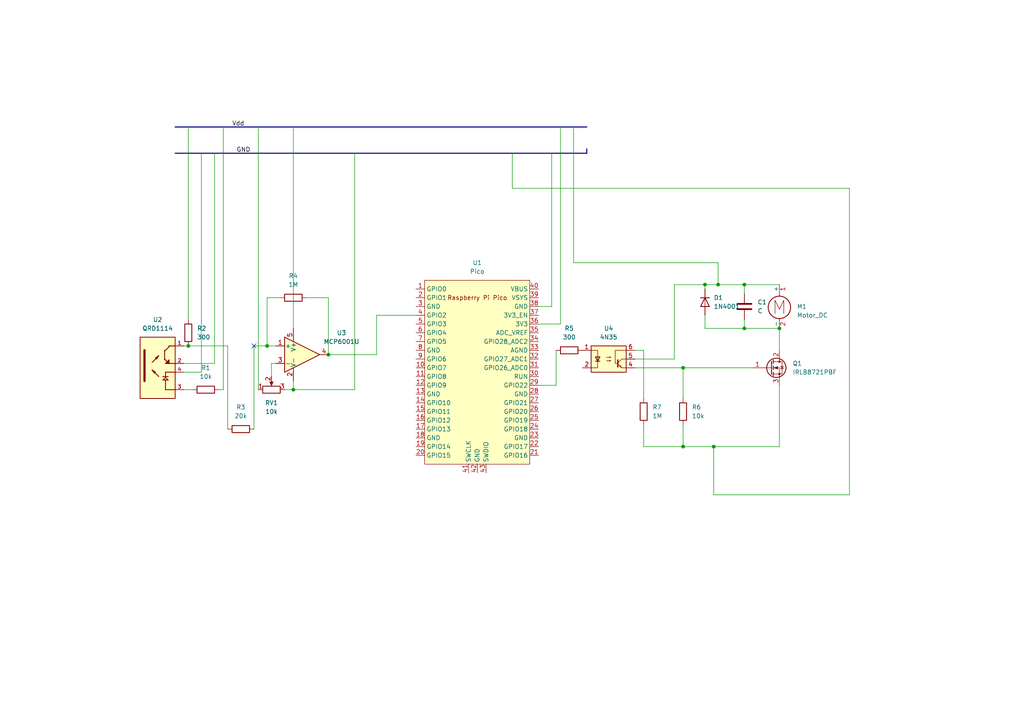
<source format=kicad_sch>
(kicad_sch
	(version 20231120)
	(generator "eeschema")
	(generator_version "8.0")
	(uuid "11403a48-82c0-4546-9b3c-f1835ad0a86d")
	(paper "A4")
	(title_block
		(title "Lab 6 – PID Control")
		(company "Lafayette College")
		(comment 1 "Steven Pang")
		(comment 2 "Alexander Lindquist")
	)
	(lib_symbols
		(symbol "Amplifier_Operational:MCP6001U"
			(pin_names
				(offset 0.127)
			)
			(exclude_from_sim no)
			(in_bom yes)
			(on_board yes)
			(property "Reference" "U"
				(at 0 5.08 0)
				(effects
					(font
						(size 1.27 1.27)
					)
					(justify left)
				)
			)
			(property "Value" "MCP6001U"
				(at 0 -5.08 0)
				(effects
					(font
						(size 1.27 1.27)
					)
					(justify left)
				)
			)
			(property "Footprint" ""
				(at 0 0 0)
				(effects
					(font
						(size 1.27 1.27)
					)
					(justify left)
					(hide yes)
				)
			)
			(property "Datasheet" "https://ww1.microchip.com/downloads/en/DeviceDoc/MCP6001-1R-1U-2-4-1-MHz-Low-Power-Op-Amp-DS20001733L.pdf"
				(at 0 0 0)
				(effects
					(font
						(size 1.27 1.27)
					)
					(hide yes)
				)
			)
			(property "Description" "1MHz, Low-Power Op Amp, SOT-23-5"
				(at 0 0 0)
				(effects
					(font
						(size 1.27 1.27)
					)
					(hide yes)
				)
			)
			(property "ki_keywords" "single opamp"
				(at 0 0 0)
				(effects
					(font
						(size 1.27 1.27)
					)
					(hide yes)
				)
			)
			(property "ki_fp_filters" "SOT?23* *SC*70*"
				(at 0 0 0)
				(effects
					(font
						(size 1.27 1.27)
					)
					(hide yes)
				)
			)
			(symbol "MCP6001U_0_1"
				(polyline
					(pts
						(xy -5.08 5.08) (xy 5.08 0) (xy -5.08 -5.08) (xy -5.08 5.08)
					)
					(stroke
						(width 0.254)
						(type default)
					)
					(fill
						(type background)
					)
				)
				(pin power_in line
					(at -2.54 -7.62 90)
					(length 3.81)
					(name "V-"
						(effects
							(font
								(size 1.27 1.27)
							)
						)
					)
					(number "2"
						(effects
							(font
								(size 1.27 1.27)
							)
						)
					)
				)
				(pin power_in line
					(at -2.54 7.62 270)
					(length 3.81)
					(name "V+"
						(effects
							(font
								(size 1.27 1.27)
							)
						)
					)
					(number "5"
						(effects
							(font
								(size 1.27 1.27)
							)
						)
					)
				)
			)
			(symbol "MCP6001U_1_1"
				(pin input line
					(at -7.62 2.54 0)
					(length 2.54)
					(name "+"
						(effects
							(font
								(size 1.27 1.27)
							)
						)
					)
					(number "1"
						(effects
							(font
								(size 1.27 1.27)
							)
						)
					)
				)
				(pin input line
					(at -7.62 -2.54 0)
					(length 2.54)
					(name "-"
						(effects
							(font
								(size 1.27 1.27)
							)
						)
					)
					(number "3"
						(effects
							(font
								(size 1.27 1.27)
							)
						)
					)
				)
				(pin output line
					(at 7.62 0 180)
					(length 2.54)
					(name "~"
						(effects
							(font
								(size 1.27 1.27)
							)
						)
					)
					(number "4"
						(effects
							(font
								(size 1.27 1.27)
							)
						)
					)
				)
			)
		)
		(symbol "Device:C"
			(pin_numbers hide)
			(pin_names
				(offset 0.254)
			)
			(exclude_from_sim no)
			(in_bom yes)
			(on_board yes)
			(property "Reference" "C"
				(at 0.635 2.54 0)
				(effects
					(font
						(size 1.27 1.27)
					)
					(justify left)
				)
			)
			(property "Value" "C"
				(at 0.635 -2.54 0)
				(effects
					(font
						(size 1.27 1.27)
					)
					(justify left)
				)
			)
			(property "Footprint" ""
				(at 0.9652 -3.81 0)
				(effects
					(font
						(size 1.27 1.27)
					)
					(hide yes)
				)
			)
			(property "Datasheet" "~"
				(at 0 0 0)
				(effects
					(font
						(size 1.27 1.27)
					)
					(hide yes)
				)
			)
			(property "Description" "Unpolarized capacitor"
				(at 0 0 0)
				(effects
					(font
						(size 1.27 1.27)
					)
					(hide yes)
				)
			)
			(property "ki_keywords" "cap capacitor"
				(at 0 0 0)
				(effects
					(font
						(size 1.27 1.27)
					)
					(hide yes)
				)
			)
			(property "ki_fp_filters" "C_*"
				(at 0 0 0)
				(effects
					(font
						(size 1.27 1.27)
					)
					(hide yes)
				)
			)
			(symbol "C_0_1"
				(polyline
					(pts
						(xy -2.032 -0.762) (xy 2.032 -0.762)
					)
					(stroke
						(width 0.508)
						(type default)
					)
					(fill
						(type none)
					)
				)
				(polyline
					(pts
						(xy -2.032 0.762) (xy 2.032 0.762)
					)
					(stroke
						(width 0.508)
						(type default)
					)
					(fill
						(type none)
					)
				)
			)
			(symbol "C_1_1"
				(pin passive line
					(at 0 3.81 270)
					(length 2.794)
					(name "~"
						(effects
							(font
								(size 1.27 1.27)
							)
						)
					)
					(number "1"
						(effects
							(font
								(size 1.27 1.27)
							)
						)
					)
				)
				(pin passive line
					(at 0 -3.81 90)
					(length 2.794)
					(name "~"
						(effects
							(font
								(size 1.27 1.27)
							)
						)
					)
					(number "2"
						(effects
							(font
								(size 1.27 1.27)
							)
						)
					)
				)
			)
		)
		(symbol "Device:R"
			(pin_numbers hide)
			(pin_names
				(offset 0)
			)
			(exclude_from_sim no)
			(in_bom yes)
			(on_board yes)
			(property "Reference" "R"
				(at 2.032 0 90)
				(effects
					(font
						(size 1.27 1.27)
					)
				)
			)
			(property "Value" "R"
				(at 0 0 90)
				(effects
					(font
						(size 1.27 1.27)
					)
				)
			)
			(property "Footprint" ""
				(at -1.778 0 90)
				(effects
					(font
						(size 1.27 1.27)
					)
					(hide yes)
				)
			)
			(property "Datasheet" "~"
				(at 0 0 0)
				(effects
					(font
						(size 1.27 1.27)
					)
					(hide yes)
				)
			)
			(property "Description" "Resistor"
				(at 0 0 0)
				(effects
					(font
						(size 1.27 1.27)
					)
					(hide yes)
				)
			)
			(property "ki_keywords" "R res resistor"
				(at 0 0 0)
				(effects
					(font
						(size 1.27 1.27)
					)
					(hide yes)
				)
			)
			(property "ki_fp_filters" "R_*"
				(at 0 0 0)
				(effects
					(font
						(size 1.27 1.27)
					)
					(hide yes)
				)
			)
			(symbol "R_0_1"
				(rectangle
					(start -1.016 -2.54)
					(end 1.016 2.54)
					(stroke
						(width 0.254)
						(type default)
					)
					(fill
						(type none)
					)
				)
			)
			(symbol "R_1_1"
				(pin passive line
					(at 0 3.81 270)
					(length 1.27)
					(name "~"
						(effects
							(font
								(size 1.27 1.27)
							)
						)
					)
					(number "1"
						(effects
							(font
								(size 1.27 1.27)
							)
						)
					)
				)
				(pin passive line
					(at 0 -3.81 90)
					(length 1.27)
					(name "~"
						(effects
							(font
								(size 1.27 1.27)
							)
						)
					)
					(number "2"
						(effects
							(font
								(size 1.27 1.27)
							)
						)
					)
				)
			)
		)
		(symbol "Device:R_Potentiometer"
			(pin_names
				(offset 1.016) hide)
			(exclude_from_sim no)
			(in_bom yes)
			(on_board yes)
			(property "Reference" "RV"
				(at -4.445 0 90)
				(effects
					(font
						(size 1.27 1.27)
					)
				)
			)
			(property "Value" "R_Potentiometer"
				(at -2.54 0 90)
				(effects
					(font
						(size 1.27 1.27)
					)
				)
			)
			(property "Footprint" ""
				(at 0 0 0)
				(effects
					(font
						(size 1.27 1.27)
					)
					(hide yes)
				)
			)
			(property "Datasheet" "~"
				(at 0 0 0)
				(effects
					(font
						(size 1.27 1.27)
					)
					(hide yes)
				)
			)
			(property "Description" "Potentiometer"
				(at 0 0 0)
				(effects
					(font
						(size 1.27 1.27)
					)
					(hide yes)
				)
			)
			(property "ki_keywords" "resistor variable"
				(at 0 0 0)
				(effects
					(font
						(size 1.27 1.27)
					)
					(hide yes)
				)
			)
			(property "ki_fp_filters" "Potentiometer*"
				(at 0 0 0)
				(effects
					(font
						(size 1.27 1.27)
					)
					(hide yes)
				)
			)
			(symbol "R_Potentiometer_0_1"
				(polyline
					(pts
						(xy 2.54 0) (xy 1.524 0)
					)
					(stroke
						(width 0)
						(type default)
					)
					(fill
						(type none)
					)
				)
				(polyline
					(pts
						(xy 1.143 0) (xy 2.286 0.508) (xy 2.286 -0.508) (xy 1.143 0)
					)
					(stroke
						(width 0)
						(type default)
					)
					(fill
						(type outline)
					)
				)
				(rectangle
					(start 1.016 2.54)
					(end -1.016 -2.54)
					(stroke
						(width 0.254)
						(type default)
					)
					(fill
						(type none)
					)
				)
			)
			(symbol "R_Potentiometer_1_1"
				(pin passive line
					(at 0 3.81 270)
					(length 1.27)
					(name "1"
						(effects
							(font
								(size 1.27 1.27)
							)
						)
					)
					(number "1"
						(effects
							(font
								(size 1.27 1.27)
							)
						)
					)
				)
				(pin passive line
					(at 3.81 0 180)
					(length 1.27)
					(name "2"
						(effects
							(font
								(size 1.27 1.27)
							)
						)
					)
					(number "2"
						(effects
							(font
								(size 1.27 1.27)
							)
						)
					)
				)
				(pin passive line
					(at 0 -3.81 90)
					(length 1.27)
					(name "3"
						(effects
							(font
								(size 1.27 1.27)
							)
						)
					)
					(number "3"
						(effects
							(font
								(size 1.27 1.27)
							)
						)
					)
				)
			)
		)
		(symbol "Diode:1N4001"
			(pin_numbers hide)
			(pin_names hide)
			(exclude_from_sim no)
			(in_bom yes)
			(on_board yes)
			(property "Reference" "D"
				(at 0 2.54 0)
				(effects
					(font
						(size 1.27 1.27)
					)
				)
			)
			(property "Value" "1N4001"
				(at 0 -2.54 0)
				(effects
					(font
						(size 1.27 1.27)
					)
				)
			)
			(property "Footprint" "Diode_THT:D_DO-41_SOD81_P10.16mm_Horizontal"
				(at 0 0 0)
				(effects
					(font
						(size 1.27 1.27)
					)
					(hide yes)
				)
			)
			(property "Datasheet" "http://www.vishay.com/docs/88503/1n4001.pdf"
				(at 0 0 0)
				(effects
					(font
						(size 1.27 1.27)
					)
					(hide yes)
				)
			)
			(property "Description" "50V 1A General Purpose Rectifier Diode, DO-41"
				(at 0 0 0)
				(effects
					(font
						(size 1.27 1.27)
					)
					(hide yes)
				)
			)
			(property "Sim.Device" "D"
				(at 0 0 0)
				(effects
					(font
						(size 1.27 1.27)
					)
					(hide yes)
				)
			)
			(property "Sim.Pins" "1=K 2=A"
				(at 0 0 0)
				(effects
					(font
						(size 1.27 1.27)
					)
					(hide yes)
				)
			)
			(property "ki_keywords" "diode"
				(at 0 0 0)
				(effects
					(font
						(size 1.27 1.27)
					)
					(hide yes)
				)
			)
			(property "ki_fp_filters" "D*DO?41*"
				(at 0 0 0)
				(effects
					(font
						(size 1.27 1.27)
					)
					(hide yes)
				)
			)
			(symbol "1N4001_0_1"
				(polyline
					(pts
						(xy -1.27 1.27) (xy -1.27 -1.27)
					)
					(stroke
						(width 0.254)
						(type default)
					)
					(fill
						(type none)
					)
				)
				(polyline
					(pts
						(xy 1.27 0) (xy -1.27 0)
					)
					(stroke
						(width 0)
						(type default)
					)
					(fill
						(type none)
					)
				)
				(polyline
					(pts
						(xy 1.27 1.27) (xy 1.27 -1.27) (xy -1.27 0) (xy 1.27 1.27)
					)
					(stroke
						(width 0.254)
						(type default)
					)
					(fill
						(type none)
					)
				)
			)
			(symbol "1N4001_1_1"
				(pin passive line
					(at -3.81 0 0)
					(length 2.54)
					(name "K"
						(effects
							(font
								(size 1.27 1.27)
							)
						)
					)
					(number "1"
						(effects
							(font
								(size 1.27 1.27)
							)
						)
					)
				)
				(pin passive line
					(at 3.81 0 180)
					(length 2.54)
					(name "A"
						(effects
							(font
								(size 1.27 1.27)
							)
						)
					)
					(number "2"
						(effects
							(font
								(size 1.27 1.27)
							)
						)
					)
				)
			)
		)
		(symbol "Isolator:4N35"
			(pin_names
				(offset 1.016)
			)
			(exclude_from_sim no)
			(in_bom yes)
			(on_board yes)
			(property "Reference" "U"
				(at -5.08 5.08 0)
				(effects
					(font
						(size 1.27 1.27)
					)
					(justify left)
				)
			)
			(property "Value" "4N35"
				(at 0 5.08 0)
				(effects
					(font
						(size 1.27 1.27)
					)
					(justify left)
				)
			)
			(property "Footprint" "Package_DIP:DIP-6_W7.62mm"
				(at -5.08 -5.08 0)
				(effects
					(font
						(size 1.27 1.27)
						(italic yes)
					)
					(justify left)
					(hide yes)
				)
			)
			(property "Datasheet" "https://www.vishay.com/docs/81181/4n35.pdf"
				(at 0 0 0)
				(effects
					(font
						(size 1.27 1.27)
					)
					(justify left)
					(hide yes)
				)
			)
			(property "Description" "Optocoupler, Phototransistor Output, with Base Connection, Vce 70V, CTR 100%, Viso 5000V, DIP6"
				(at 0 0 0)
				(effects
					(font
						(size 1.27 1.27)
					)
					(hide yes)
				)
			)
			(property "ki_keywords" "NPN DC Optocoupler Base Connected"
				(at 0 0 0)
				(effects
					(font
						(size 1.27 1.27)
					)
					(hide yes)
				)
			)
			(property "ki_fp_filters" "DIP*W7.62mm*"
				(at 0 0 0)
				(effects
					(font
						(size 1.27 1.27)
					)
					(hide yes)
				)
			)
			(symbol "4N35_0_1"
				(rectangle
					(start -5.08 3.81)
					(end 5.08 -3.81)
					(stroke
						(width 0.254)
						(type default)
					)
					(fill
						(type background)
					)
				)
				(polyline
					(pts
						(xy -3.81 -0.635) (xy -2.54 -0.635)
					)
					(stroke
						(width 0.254)
						(type default)
					)
					(fill
						(type none)
					)
				)
				(polyline
					(pts
						(xy 2.667 -1.397) (xy 3.81 -2.54)
					)
					(stroke
						(width 0)
						(type default)
					)
					(fill
						(type none)
					)
				)
				(polyline
					(pts
						(xy 2.667 -1.143) (xy 3.81 0)
					)
					(stroke
						(width 0)
						(type default)
					)
					(fill
						(type none)
					)
				)
				(polyline
					(pts
						(xy 3.81 -2.54) (xy 5.08 -2.54)
					)
					(stroke
						(width 0)
						(type default)
					)
					(fill
						(type none)
					)
				)
				(polyline
					(pts
						(xy 3.81 0) (xy 5.08 0)
					)
					(stroke
						(width 0)
						(type default)
					)
					(fill
						(type none)
					)
				)
				(polyline
					(pts
						(xy 2.667 -0.254) (xy 2.667 -2.286) (xy 2.667 -2.286)
					)
					(stroke
						(width 0.3556)
						(type default)
					)
					(fill
						(type none)
					)
				)
				(polyline
					(pts
						(xy -5.08 -2.54) (xy -3.175 -2.54) (xy -3.175 2.54) (xy -5.08 2.54)
					)
					(stroke
						(width 0)
						(type default)
					)
					(fill
						(type none)
					)
				)
				(polyline
					(pts
						(xy -3.175 -0.635) (xy -3.81 0.635) (xy -2.54 0.635) (xy -3.175 -0.635)
					)
					(stroke
						(width 0.254)
						(type default)
					)
					(fill
						(type none)
					)
				)
				(polyline
					(pts
						(xy 3.683 -2.413) (xy 3.429 -1.905) (xy 3.175 -2.159) (xy 3.683 -2.413)
					)
					(stroke
						(width 0)
						(type default)
					)
					(fill
						(type none)
					)
				)
				(polyline
					(pts
						(xy 5.08 2.54) (xy 1.905 2.54) (xy 1.905 -1.27) (xy 2.54 -1.27)
					)
					(stroke
						(width 0)
						(type default)
					)
					(fill
						(type none)
					)
				)
				(polyline
					(pts
						(xy -0.635 -0.508) (xy 0.635 -0.508) (xy 0.254 -0.635) (xy 0.254 -0.381) (xy 0.635 -0.508)
					)
					(stroke
						(width 0)
						(type default)
					)
					(fill
						(type none)
					)
				)
				(polyline
					(pts
						(xy -0.635 0.508) (xy 0.635 0.508) (xy 0.254 0.381) (xy 0.254 0.635) (xy 0.635 0.508)
					)
					(stroke
						(width 0)
						(type default)
					)
					(fill
						(type none)
					)
				)
			)
			(symbol "4N35_1_1"
				(pin passive line
					(at -7.62 2.54 0)
					(length 2.54)
					(name "~"
						(effects
							(font
								(size 1.27 1.27)
							)
						)
					)
					(number "1"
						(effects
							(font
								(size 1.27 1.27)
							)
						)
					)
				)
				(pin passive line
					(at -7.62 -2.54 0)
					(length 2.54)
					(name "~"
						(effects
							(font
								(size 1.27 1.27)
							)
						)
					)
					(number "2"
						(effects
							(font
								(size 1.27 1.27)
							)
						)
					)
				)
				(pin no_connect line
					(at -5.08 0 0)
					(length 2.54) hide
					(name "NC"
						(effects
							(font
								(size 1.27 1.27)
							)
						)
					)
					(number "3"
						(effects
							(font
								(size 1.27 1.27)
							)
						)
					)
				)
				(pin passive line
					(at 7.62 -2.54 180)
					(length 2.54)
					(name "~"
						(effects
							(font
								(size 1.27 1.27)
							)
						)
					)
					(number "4"
						(effects
							(font
								(size 1.27 1.27)
							)
						)
					)
				)
				(pin passive line
					(at 7.62 0 180)
					(length 2.54)
					(name "~"
						(effects
							(font
								(size 1.27 1.27)
							)
						)
					)
					(number "5"
						(effects
							(font
								(size 1.27 1.27)
							)
						)
					)
				)
				(pin passive line
					(at 7.62 2.54 180)
					(length 2.54)
					(name "~"
						(effects
							(font
								(size 1.27 1.27)
							)
						)
					)
					(number "6"
						(effects
							(font
								(size 1.27 1.27)
							)
						)
					)
				)
			)
		)
		(symbol "MCU_RaspberryPi_and_Boards:Pico"
			(exclude_from_sim no)
			(in_bom yes)
			(on_board yes)
			(property "Reference" "U"
				(at -13.97 27.94 0)
				(effects
					(font
						(size 1.27 1.27)
					)
				)
			)
			(property "Value" "Pico"
				(at 0 19.05 0)
				(effects
					(font
						(size 1.27 1.27)
					)
				)
			)
			(property "Footprint" "RPi_Pico:RPi_Pico_SMD_TH"
				(at 0 0 90)
				(effects
					(font
						(size 1.27 1.27)
					)
					(hide yes)
				)
			)
			(property "Datasheet" ""
				(at 0 0 0)
				(effects
					(font
						(size 1.27 1.27)
					)
					(hide yes)
				)
			)
			(property "Description" ""
				(at 0 0 0)
				(effects
					(font
						(size 1.27 1.27)
					)
					(hide yes)
				)
			)
			(symbol "Pico_0_0"
				(text "Raspberry Pi Pico"
					(at 0 21.59 0)
					(effects
						(font
							(size 1.27 1.27)
						)
					)
				)
			)
			(symbol "Pico_0_1"
				(rectangle
					(start -15.24 26.67)
					(end 15.24 -26.67)
					(stroke
						(width 0)
						(type default)
					)
					(fill
						(type background)
					)
				)
			)
			(symbol "Pico_1_1"
				(pin bidirectional line
					(at -17.78 24.13 0)
					(length 2.54)
					(name "GPIO0"
						(effects
							(font
								(size 1.27 1.27)
							)
						)
					)
					(number "1"
						(effects
							(font
								(size 1.27 1.27)
							)
						)
					)
				)
				(pin bidirectional line
					(at -17.78 1.27 0)
					(length 2.54)
					(name "GPIO7"
						(effects
							(font
								(size 1.27 1.27)
							)
						)
					)
					(number "10"
						(effects
							(font
								(size 1.27 1.27)
							)
						)
					)
				)
				(pin bidirectional line
					(at -17.78 -1.27 0)
					(length 2.54)
					(name "GPIO8"
						(effects
							(font
								(size 1.27 1.27)
							)
						)
					)
					(number "11"
						(effects
							(font
								(size 1.27 1.27)
							)
						)
					)
				)
				(pin bidirectional line
					(at -17.78 -3.81 0)
					(length 2.54)
					(name "GPIO9"
						(effects
							(font
								(size 1.27 1.27)
							)
						)
					)
					(number "12"
						(effects
							(font
								(size 1.27 1.27)
							)
						)
					)
				)
				(pin power_in line
					(at -17.78 -6.35 0)
					(length 2.54)
					(name "GND"
						(effects
							(font
								(size 1.27 1.27)
							)
						)
					)
					(number "13"
						(effects
							(font
								(size 1.27 1.27)
							)
						)
					)
				)
				(pin bidirectional line
					(at -17.78 -8.89 0)
					(length 2.54)
					(name "GPIO10"
						(effects
							(font
								(size 1.27 1.27)
							)
						)
					)
					(number "14"
						(effects
							(font
								(size 1.27 1.27)
							)
						)
					)
				)
				(pin bidirectional line
					(at -17.78 -11.43 0)
					(length 2.54)
					(name "GPIO11"
						(effects
							(font
								(size 1.27 1.27)
							)
						)
					)
					(number "15"
						(effects
							(font
								(size 1.27 1.27)
							)
						)
					)
				)
				(pin bidirectional line
					(at -17.78 -13.97 0)
					(length 2.54)
					(name "GPIO12"
						(effects
							(font
								(size 1.27 1.27)
							)
						)
					)
					(number "16"
						(effects
							(font
								(size 1.27 1.27)
							)
						)
					)
				)
				(pin bidirectional line
					(at -17.78 -16.51 0)
					(length 2.54)
					(name "GPIO13"
						(effects
							(font
								(size 1.27 1.27)
							)
						)
					)
					(number "17"
						(effects
							(font
								(size 1.27 1.27)
							)
						)
					)
				)
				(pin power_in line
					(at -17.78 -19.05 0)
					(length 2.54)
					(name "GND"
						(effects
							(font
								(size 1.27 1.27)
							)
						)
					)
					(number "18"
						(effects
							(font
								(size 1.27 1.27)
							)
						)
					)
				)
				(pin bidirectional line
					(at -17.78 -21.59 0)
					(length 2.54)
					(name "GPIO14"
						(effects
							(font
								(size 1.27 1.27)
							)
						)
					)
					(number "19"
						(effects
							(font
								(size 1.27 1.27)
							)
						)
					)
				)
				(pin bidirectional line
					(at -17.78 21.59 0)
					(length 2.54)
					(name "GPIO1"
						(effects
							(font
								(size 1.27 1.27)
							)
						)
					)
					(number "2"
						(effects
							(font
								(size 1.27 1.27)
							)
						)
					)
				)
				(pin bidirectional line
					(at -17.78 -24.13 0)
					(length 2.54)
					(name "GPIO15"
						(effects
							(font
								(size 1.27 1.27)
							)
						)
					)
					(number "20"
						(effects
							(font
								(size 1.27 1.27)
							)
						)
					)
				)
				(pin bidirectional line
					(at 17.78 -24.13 180)
					(length 2.54)
					(name "GPIO16"
						(effects
							(font
								(size 1.27 1.27)
							)
						)
					)
					(number "21"
						(effects
							(font
								(size 1.27 1.27)
							)
						)
					)
				)
				(pin bidirectional line
					(at 17.78 -21.59 180)
					(length 2.54)
					(name "GPIO17"
						(effects
							(font
								(size 1.27 1.27)
							)
						)
					)
					(number "22"
						(effects
							(font
								(size 1.27 1.27)
							)
						)
					)
				)
				(pin power_in line
					(at 17.78 -19.05 180)
					(length 2.54)
					(name "GND"
						(effects
							(font
								(size 1.27 1.27)
							)
						)
					)
					(number "23"
						(effects
							(font
								(size 1.27 1.27)
							)
						)
					)
				)
				(pin bidirectional line
					(at 17.78 -16.51 180)
					(length 2.54)
					(name "GPIO18"
						(effects
							(font
								(size 1.27 1.27)
							)
						)
					)
					(number "24"
						(effects
							(font
								(size 1.27 1.27)
							)
						)
					)
				)
				(pin bidirectional line
					(at 17.78 -13.97 180)
					(length 2.54)
					(name "GPIO19"
						(effects
							(font
								(size 1.27 1.27)
							)
						)
					)
					(number "25"
						(effects
							(font
								(size 1.27 1.27)
							)
						)
					)
				)
				(pin bidirectional line
					(at 17.78 -11.43 180)
					(length 2.54)
					(name "GPIO20"
						(effects
							(font
								(size 1.27 1.27)
							)
						)
					)
					(number "26"
						(effects
							(font
								(size 1.27 1.27)
							)
						)
					)
				)
				(pin bidirectional line
					(at 17.78 -8.89 180)
					(length 2.54)
					(name "GPIO21"
						(effects
							(font
								(size 1.27 1.27)
							)
						)
					)
					(number "27"
						(effects
							(font
								(size 1.27 1.27)
							)
						)
					)
				)
				(pin power_in line
					(at 17.78 -6.35 180)
					(length 2.54)
					(name "GND"
						(effects
							(font
								(size 1.27 1.27)
							)
						)
					)
					(number "28"
						(effects
							(font
								(size 1.27 1.27)
							)
						)
					)
				)
				(pin bidirectional line
					(at 17.78 -3.81 180)
					(length 2.54)
					(name "GPIO22"
						(effects
							(font
								(size 1.27 1.27)
							)
						)
					)
					(number "29"
						(effects
							(font
								(size 1.27 1.27)
							)
						)
					)
				)
				(pin power_in line
					(at -17.78 19.05 0)
					(length 2.54)
					(name "GND"
						(effects
							(font
								(size 1.27 1.27)
							)
						)
					)
					(number "3"
						(effects
							(font
								(size 1.27 1.27)
							)
						)
					)
				)
				(pin input line
					(at 17.78 -1.27 180)
					(length 2.54)
					(name "RUN"
						(effects
							(font
								(size 1.27 1.27)
							)
						)
					)
					(number "30"
						(effects
							(font
								(size 1.27 1.27)
							)
						)
					)
				)
				(pin bidirectional line
					(at 17.78 1.27 180)
					(length 2.54)
					(name "GPIO26_ADC0"
						(effects
							(font
								(size 1.27 1.27)
							)
						)
					)
					(number "31"
						(effects
							(font
								(size 1.27 1.27)
							)
						)
					)
				)
				(pin bidirectional line
					(at 17.78 3.81 180)
					(length 2.54)
					(name "GPIO27_ADC1"
						(effects
							(font
								(size 1.27 1.27)
							)
						)
					)
					(number "32"
						(effects
							(font
								(size 1.27 1.27)
							)
						)
					)
				)
				(pin power_in line
					(at 17.78 6.35 180)
					(length 2.54)
					(name "AGND"
						(effects
							(font
								(size 1.27 1.27)
							)
						)
					)
					(number "33"
						(effects
							(font
								(size 1.27 1.27)
							)
						)
					)
				)
				(pin bidirectional line
					(at 17.78 8.89 180)
					(length 2.54)
					(name "GPIO28_ADC2"
						(effects
							(font
								(size 1.27 1.27)
							)
						)
					)
					(number "34"
						(effects
							(font
								(size 1.27 1.27)
							)
						)
					)
				)
				(pin power_in line
					(at 17.78 11.43 180)
					(length 2.54)
					(name "ADC_VREF"
						(effects
							(font
								(size 1.27 1.27)
							)
						)
					)
					(number "35"
						(effects
							(font
								(size 1.27 1.27)
							)
						)
					)
				)
				(pin power_in line
					(at 17.78 13.97 180)
					(length 2.54)
					(name "3V3"
						(effects
							(font
								(size 1.27 1.27)
							)
						)
					)
					(number "36"
						(effects
							(font
								(size 1.27 1.27)
							)
						)
					)
				)
				(pin input line
					(at 17.78 16.51 180)
					(length 2.54)
					(name "3V3_EN"
						(effects
							(font
								(size 1.27 1.27)
							)
						)
					)
					(number "37"
						(effects
							(font
								(size 1.27 1.27)
							)
						)
					)
				)
				(pin bidirectional line
					(at 17.78 19.05 180)
					(length 2.54)
					(name "GND"
						(effects
							(font
								(size 1.27 1.27)
							)
						)
					)
					(number "38"
						(effects
							(font
								(size 1.27 1.27)
							)
						)
					)
				)
				(pin power_in line
					(at 17.78 21.59 180)
					(length 2.54)
					(name "VSYS"
						(effects
							(font
								(size 1.27 1.27)
							)
						)
					)
					(number "39"
						(effects
							(font
								(size 1.27 1.27)
							)
						)
					)
				)
				(pin bidirectional line
					(at -17.78 16.51 0)
					(length 2.54)
					(name "GPIO2"
						(effects
							(font
								(size 1.27 1.27)
							)
						)
					)
					(number "4"
						(effects
							(font
								(size 1.27 1.27)
							)
						)
					)
				)
				(pin power_in line
					(at 17.78 24.13 180)
					(length 2.54)
					(name "VBUS"
						(effects
							(font
								(size 1.27 1.27)
							)
						)
					)
					(number "40"
						(effects
							(font
								(size 1.27 1.27)
							)
						)
					)
				)
				(pin input line
					(at -2.54 -29.21 90)
					(length 2.54)
					(name "SWCLK"
						(effects
							(font
								(size 1.27 1.27)
							)
						)
					)
					(number "41"
						(effects
							(font
								(size 1.27 1.27)
							)
						)
					)
				)
				(pin power_in line
					(at 0 -29.21 90)
					(length 2.54)
					(name "GND"
						(effects
							(font
								(size 1.27 1.27)
							)
						)
					)
					(number "42"
						(effects
							(font
								(size 1.27 1.27)
							)
						)
					)
				)
				(pin bidirectional line
					(at 2.54 -29.21 90)
					(length 2.54)
					(name "SWDIO"
						(effects
							(font
								(size 1.27 1.27)
							)
						)
					)
					(number "43"
						(effects
							(font
								(size 1.27 1.27)
							)
						)
					)
				)
				(pin bidirectional line
					(at -17.78 13.97 0)
					(length 2.54)
					(name "GPIO3"
						(effects
							(font
								(size 1.27 1.27)
							)
						)
					)
					(number "5"
						(effects
							(font
								(size 1.27 1.27)
							)
						)
					)
				)
				(pin bidirectional line
					(at -17.78 11.43 0)
					(length 2.54)
					(name "GPIO4"
						(effects
							(font
								(size 1.27 1.27)
							)
						)
					)
					(number "6"
						(effects
							(font
								(size 1.27 1.27)
							)
						)
					)
				)
				(pin bidirectional line
					(at -17.78 8.89 0)
					(length 2.54)
					(name "GPIO5"
						(effects
							(font
								(size 1.27 1.27)
							)
						)
					)
					(number "7"
						(effects
							(font
								(size 1.27 1.27)
							)
						)
					)
				)
				(pin power_in line
					(at -17.78 6.35 0)
					(length 2.54)
					(name "GND"
						(effects
							(font
								(size 1.27 1.27)
							)
						)
					)
					(number "8"
						(effects
							(font
								(size 1.27 1.27)
							)
						)
					)
				)
				(pin bidirectional line
					(at -17.78 3.81 0)
					(length 2.54)
					(name "GPIO6"
						(effects
							(font
								(size 1.27 1.27)
							)
						)
					)
					(number "9"
						(effects
							(font
								(size 1.27 1.27)
							)
						)
					)
				)
			)
		)
		(symbol "Motor:Motor_DC"
			(pin_names
				(offset 0)
			)
			(exclude_from_sim no)
			(in_bom yes)
			(on_board yes)
			(property "Reference" "M"
				(at 2.54 2.54 0)
				(effects
					(font
						(size 1.27 1.27)
					)
					(justify left)
				)
			)
			(property "Value" "Motor_DC"
				(at 2.54 -5.08 0)
				(effects
					(font
						(size 1.27 1.27)
					)
					(justify left top)
				)
			)
			(property "Footprint" ""
				(at 0 -2.286 0)
				(effects
					(font
						(size 1.27 1.27)
					)
					(hide yes)
				)
			)
			(property "Datasheet" "~"
				(at 0 -2.286 0)
				(effects
					(font
						(size 1.27 1.27)
					)
					(hide yes)
				)
			)
			(property "Description" "DC Motor"
				(at 0 0 0)
				(effects
					(font
						(size 1.27 1.27)
					)
					(hide yes)
				)
			)
			(property "ki_keywords" "DC Motor"
				(at 0 0 0)
				(effects
					(font
						(size 1.27 1.27)
					)
					(hide yes)
				)
			)
			(property "ki_fp_filters" "PinHeader*P2.54mm* TerminalBlock*"
				(at 0 0 0)
				(effects
					(font
						(size 1.27 1.27)
					)
					(hide yes)
				)
			)
			(symbol "Motor_DC_0_0"
				(polyline
					(pts
						(xy -1.27 -3.302) (xy -1.27 0.508) (xy 0 -2.032) (xy 1.27 0.508) (xy 1.27 -3.302)
					)
					(stroke
						(width 0)
						(type default)
					)
					(fill
						(type none)
					)
				)
			)
			(symbol "Motor_DC_0_1"
				(circle
					(center 0 -1.524)
					(radius 3.2512)
					(stroke
						(width 0.254)
						(type default)
					)
					(fill
						(type none)
					)
				)
				(polyline
					(pts
						(xy 0 -7.62) (xy 0 -7.112)
					)
					(stroke
						(width 0)
						(type default)
					)
					(fill
						(type none)
					)
				)
				(polyline
					(pts
						(xy 0 -4.7752) (xy 0 -5.1816)
					)
					(stroke
						(width 0)
						(type default)
					)
					(fill
						(type none)
					)
				)
				(polyline
					(pts
						(xy 0 1.7272) (xy 0 2.0828)
					)
					(stroke
						(width 0)
						(type default)
					)
					(fill
						(type none)
					)
				)
				(polyline
					(pts
						(xy 0 2.032) (xy 0 2.54)
					)
					(stroke
						(width 0)
						(type default)
					)
					(fill
						(type none)
					)
				)
			)
			(symbol "Motor_DC_1_1"
				(pin passive line
					(at 0 5.08 270)
					(length 2.54)
					(name "+"
						(effects
							(font
								(size 1.27 1.27)
							)
						)
					)
					(number "1"
						(effects
							(font
								(size 1.27 1.27)
							)
						)
					)
				)
				(pin passive line
					(at 0 -7.62 90)
					(length 2.54)
					(name "-"
						(effects
							(font
								(size 1.27 1.27)
							)
						)
					)
					(number "2"
						(effects
							(font
								(size 1.27 1.27)
							)
						)
					)
				)
			)
		)
		(symbol "QRD1114:QRD1114"
			(pin_names
				(offset 1.016)
			)
			(exclude_from_sim no)
			(in_bom yes)
			(on_board yes)
			(property "Reference" "U"
				(at -5.08 10.795 0)
				(effects
					(font
						(size 1.27 1.27)
					)
					(justify left bottom)
				)
			)
			(property "Value" "QRD1114"
				(at -5.08 -10.16 0)
				(effects
					(font
						(size 1.27 1.27)
					)
					(justify left bottom)
				)
			)
			(property "Footprint" "ONS_QRD1114"
				(at 0 0 0)
				(effects
					(font
						(size 1.27 1.27)
					)
					(justify bottom)
					(hide yes)
				)
			)
			(property "Datasheet" ""
				(at 0 0 0)
				(effects
					(font
						(size 1.27 1.27)
					)
					(hide yes)
				)
			)
			(property "Description" ""
				(at 0 0 0)
				(effects
					(font
						(size 1.27 1.27)
					)
					(hide yes)
				)
			)
			(property "DIGI-KEY_PURCHASE_URL" "https://www.digikey.com.ua/product-detail/en/on-semiconductor/QRD1114/QRD1114-ND/187536?utm_source=snapeda&utm_medium=aggregator&utm_campaign=symbol"
				(at 0 0 0)
				(effects
					(font
						(size 1.27 1.27)
					)
					(justify bottom)
					(hide yes)
				)
			)
			(property "DESCRIPTION" "QRD1114 Series 30 V 50 mA Phototransistor Reflective Object Sensor"
				(at 0 0 0)
				(effects
					(font
						(size 1.27 1.27)
					)
					(justify bottom)
					(hide yes)
				)
			)
			(property "PACKAGE" "Radial-4 ON Semiconductor"
				(at 0 0 0)
				(effects
					(font
						(size 1.27 1.27)
					)
					(justify bottom)
					(hide yes)
				)
			)
			(property "STANDARD" "IPC-7251"
				(at 0 0 0)
				(effects
					(font
						(size 1.27 1.27)
					)
					(justify bottom)
					(hide yes)
				)
			)
			(property "PARTREV" "1.3.0"
				(at 0 0 0)
				(effects
					(font
						(size 1.27 1.27)
					)
					(justify bottom)
					(hide yes)
				)
			)
			(property "MP" "QRD1114"
				(at 0 0 0)
				(effects
					(font
						(size 1.27 1.27)
					)
					(justify bottom)
					(hide yes)
				)
			)
			(property "DIGI-KEY_PART_NUMBER" "QRD1114-ND"
				(at 0 0 0)
				(effects
					(font
						(size 1.27 1.27)
					)
					(justify bottom)
					(hide yes)
				)
			)
			(property "MANUFACTURER" "ON Semiconductor"
				(at 0 0 0)
				(effects
					(font
						(size 1.27 1.27)
					)
					(justify bottom)
					(hide yes)
				)
			)
			(symbol "QRD1114_0_0"
				(rectangle
					(start -5.08 -7.62)
					(end 5.08 10.16)
					(stroke
						(width 0.254)
						(type default)
					)
					(fill
						(type background)
					)
				)
				(polyline
					(pts
						(xy -3.81 6.35) (xy -3.81 -2.54)
					)
					(stroke
						(width 0.635)
						(type default)
					)
					(fill
						(type none)
					)
				)
				(polyline
					(pts
						(xy -1.5875 0.635) (xy -0.9525 -0.3175)
					)
					(stroke
						(width 0.254)
						(type default)
					)
					(fill
						(type none)
					)
				)
				(polyline
					(pts
						(xy -1.5875 0.635) (xy -0.635 0)
					)
					(stroke
						(width 0.254)
						(type default)
					)
					(fill
						(type none)
					)
				)
				(polyline
					(pts
						(xy -1.5875 2.8575) (xy 0.3175 4.7625)
					)
					(stroke
						(width 0.254)
						(type default)
					)
					(fill
						(type none)
					)
				)
				(polyline
					(pts
						(xy 0.3175 -1.27) (xy -1.5875 0.635)
					)
					(stroke
						(width 0.254)
						(type default)
					)
					(fill
						(type none)
					)
				)
				(polyline
					(pts
						(xy 0.3175 4.7625) (xy -0.635 4.1275)
					)
					(stroke
						(width 0.254)
						(type default)
					)
					(fill
						(type none)
					)
				)
				(polyline
					(pts
						(xy 0.3175 4.7625) (xy -0.3175 3.81)
					)
					(stroke
						(width 0.254)
						(type default)
					)
					(fill
						(type none)
					)
				)
				(polyline
					(pts
						(xy 2.032 3.81) (xy 2.032 3.556)
					)
					(stroke
						(width 0.254)
						(type default)
					)
					(fill
						(type none)
					)
				)
				(polyline
					(pts
						(xy 2.032 3.81) (xy 3.302 2.54)
					)
					(stroke
						(width 0.254)
						(type default)
					)
					(fill
						(type none)
					)
				)
				(polyline
					(pts
						(xy 2.032 6.096) (xy 2.032 3.81)
					)
					(stroke
						(width 0.254)
						(type default)
					)
					(fill
						(type none)
					)
				)
				(polyline
					(pts
						(xy 2.032 6.096) (xy 2.032 6.35)
					)
					(stroke
						(width 0.254)
						(type default)
					)
					(fill
						(type none)
					)
				)
				(polyline
					(pts
						(xy 2.286 -5.08) (xy 2.286 -2.286)
					)
					(stroke
						(width 0.254)
						(type default)
					)
					(fill
						(type none)
					)
				)
				(polyline
					(pts
						(xy 2.286 -2.286) (xy 1.524 -2.286)
					)
					(stroke
						(width 0.254)
						(type default)
					)
					(fill
						(type none)
					)
				)
				(polyline
					(pts
						(xy 2.286 -2.286) (xy 3.048 -2.286)
					)
					(stroke
						(width 0.254)
						(type default)
					)
					(fill
						(type none)
					)
				)
				(polyline
					(pts
						(xy 2.286 -1.524) (xy 1.524 -2.286)
					)
					(stroke
						(width 0.254)
						(type default)
					)
					(fill
						(type none)
					)
				)
				(polyline
					(pts
						(xy 2.286 -1.27) (xy 2.286 0)
					)
					(stroke
						(width 0.254)
						(type default)
					)
					(fill
						(type none)
					)
				)
				(polyline
					(pts
						(xy 2.286 0) (xy 5.08 0)
					)
					(stroke
						(width 0.254)
						(type default)
					)
					(fill
						(type none)
					)
				)
				(polyline
					(pts
						(xy 2.286 2.54) (xy 3.048 2.54)
					)
					(stroke
						(width 0.254)
						(type default)
					)
					(fill
						(type none)
					)
				)
				(polyline
					(pts
						(xy 2.54 2.794) (xy 2.286 2.54)
					)
					(stroke
						(width 0.254)
						(type default)
					)
					(fill
						(type none)
					)
				)
				(polyline
					(pts
						(xy 2.54 2.794) (xy 2.794 2.794)
					)
					(stroke
						(width 0.254)
						(type default)
					)
					(fill
						(type none)
					)
				)
				(polyline
					(pts
						(xy 2.794 2.794) (xy 3.048 2.54)
					)
					(stroke
						(width 0.254)
						(type default)
					)
					(fill
						(type none)
					)
				)
				(polyline
					(pts
						(xy 3.048 -2.286) (xy 2.286 -1.524)
					)
					(stroke
						(width 0.254)
						(type default)
					)
					(fill
						(type none)
					)
				)
				(polyline
					(pts
						(xy 3.048 -1.27) (xy 1.524 -1.27)
					)
					(stroke
						(width 0.254)
						(type default)
					)
					(fill
						(type none)
					)
				)
				(polyline
					(pts
						(xy 3.048 2.54) (xy 3.048 3.048)
					)
					(stroke
						(width 0.254)
						(type default)
					)
					(fill
						(type none)
					)
				)
				(polyline
					(pts
						(xy 3.048 2.54) (xy 3.302 2.54)
					)
					(stroke
						(width 0.254)
						(type default)
					)
					(fill
						(type none)
					)
				)
				(polyline
					(pts
						(xy 3.048 3.048) (xy 2.794 2.794)
					)
					(stroke
						(width 0.254)
						(type default)
					)
					(fill
						(type none)
					)
				)
				(polyline
					(pts
						(xy 3.048 3.048) (xy 3.302 3.302)
					)
					(stroke
						(width 0.254)
						(type default)
					)
					(fill
						(type none)
					)
				)
				(polyline
					(pts
						(xy 3.302 2.54) (xy 3.302 2.794)
					)
					(stroke
						(width 0.254)
						(type default)
					)
					(fill
						(type none)
					)
				)
				(polyline
					(pts
						(xy 3.302 2.54) (xy 5.08 2.54)
					)
					(stroke
						(width 0.254)
						(type default)
					)
					(fill
						(type none)
					)
				)
				(polyline
					(pts
						(xy 3.302 2.794) (xy 3.048 3.048)
					)
					(stroke
						(width 0.254)
						(type default)
					)
					(fill
						(type none)
					)
				)
				(polyline
					(pts
						(xy 3.302 2.794) (xy 3.302 3.302)
					)
					(stroke
						(width 0.254)
						(type default)
					)
					(fill
						(type none)
					)
				)
				(polyline
					(pts
						(xy 3.302 3.302) (xy 3.302 3.556)
					)
					(stroke
						(width 0.254)
						(type default)
					)
					(fill
						(type none)
					)
				)
				(polyline
					(pts
						(xy 3.302 3.556) (xy 2.54 2.794)
					)
					(stroke
						(width 0.254)
						(type default)
					)
					(fill
						(type none)
					)
				)
				(polyline
					(pts
						(xy 3.302 7.366) (xy 2.032 6.096)
					)
					(stroke
						(width 0.254)
						(type default)
					)
					(fill
						(type none)
					)
				)
				(polyline
					(pts
						(xy 3.302 7.62) (xy 3.302 7.366)
					)
					(stroke
						(width 0.254)
						(type default)
					)
					(fill
						(type none)
					)
				)
				(polyline
					(pts
						(xy 5.08 -5.08) (xy 2.286 -5.08)
					)
					(stroke
						(width 0.254)
						(type default)
					)
					(fill
						(type none)
					)
				)
				(polyline
					(pts
						(xy 5.08 7.62) (xy 3.302 7.62)
					)
					(stroke
						(width 0.254)
						(type default)
					)
					(fill
						(type none)
					)
				)
				(pin passive line
					(at 7.62 7.62 180)
					(length 2.54)
					(name "~"
						(effects
							(font
								(size 1.016 1.016)
							)
						)
					)
					(number "1"
						(effects
							(font
								(size 1.016 1.016)
							)
						)
					)
				)
				(pin passive line
					(at 7.62 2.54 180)
					(length 2.54)
					(name "~"
						(effects
							(font
								(size 1.016 1.016)
							)
						)
					)
					(number "2"
						(effects
							(font
								(size 1.016 1.016)
							)
						)
					)
				)
				(pin passive line
					(at 7.62 -5.08 180)
					(length 2.54)
					(name "~"
						(effects
							(font
								(size 1.016 1.016)
							)
						)
					)
					(number "3"
						(effects
							(font
								(size 1.016 1.016)
							)
						)
					)
				)
				(pin passive line
					(at 7.62 0 180)
					(length 2.54)
					(name "~"
						(effects
							(font
								(size 1.016 1.016)
							)
						)
					)
					(number "4"
						(effects
							(font
								(size 1.016 1.016)
							)
						)
					)
				)
			)
		)
		(symbol "Transistor_FET:IRLB8721PBF"
			(pin_names hide)
			(exclude_from_sim no)
			(in_bom yes)
			(on_board yes)
			(property "Reference" "Q"
				(at 5.08 1.905 0)
				(effects
					(font
						(size 1.27 1.27)
					)
					(justify left)
				)
			)
			(property "Value" "IRLB8721PBF"
				(at 5.08 0 0)
				(effects
					(font
						(size 1.27 1.27)
					)
					(justify left)
				)
			)
			(property "Footprint" "Package_TO_SOT_THT:TO-220-3_Vertical"
				(at 5.08 -1.905 0)
				(effects
					(font
						(size 1.27 1.27)
						(italic yes)
					)
					(justify left)
					(hide yes)
				)
			)
			(property "Datasheet" "http://www.infineon.com/dgdl/irlb8721pbf.pdf?fileId=5546d462533600a40153566056732591"
				(at 5.08 -3.81 0)
				(effects
					(font
						(size 1.27 1.27)
					)
					(justify left)
					(hide yes)
				)
			)
			(property "Description" "62A Id, 30V Vds, 8.7 mOhm Rds, N-Channel HEXFET Power MOSFET, TO-220"
				(at 0 0 0)
				(effects
					(font
						(size 1.27 1.27)
					)
					(hide yes)
				)
			)
			(property "ki_keywords" "N-Channel HEXFET MOSFET Logic-Level"
				(at 0 0 0)
				(effects
					(font
						(size 1.27 1.27)
					)
					(hide yes)
				)
			)
			(property "ki_fp_filters" "TO?220*"
				(at 0 0 0)
				(effects
					(font
						(size 1.27 1.27)
					)
					(hide yes)
				)
			)
			(symbol "IRLB8721PBF_0_1"
				(polyline
					(pts
						(xy 0.254 0) (xy -2.54 0)
					)
					(stroke
						(width 0)
						(type default)
					)
					(fill
						(type none)
					)
				)
				(polyline
					(pts
						(xy 0.254 1.905) (xy 0.254 -1.905)
					)
					(stroke
						(width 0.254)
						(type default)
					)
					(fill
						(type none)
					)
				)
				(polyline
					(pts
						(xy 0.762 -1.27) (xy 0.762 -2.286)
					)
					(stroke
						(width 0.254)
						(type default)
					)
					(fill
						(type none)
					)
				)
				(polyline
					(pts
						(xy 0.762 0.508) (xy 0.762 -0.508)
					)
					(stroke
						(width 0.254)
						(type default)
					)
					(fill
						(type none)
					)
				)
				(polyline
					(pts
						(xy 0.762 2.286) (xy 0.762 1.27)
					)
					(stroke
						(width 0.254)
						(type default)
					)
					(fill
						(type none)
					)
				)
				(polyline
					(pts
						(xy 2.54 2.54) (xy 2.54 1.778)
					)
					(stroke
						(width 0)
						(type default)
					)
					(fill
						(type none)
					)
				)
				(polyline
					(pts
						(xy 2.54 -2.54) (xy 2.54 0) (xy 0.762 0)
					)
					(stroke
						(width 0)
						(type default)
					)
					(fill
						(type none)
					)
				)
				(polyline
					(pts
						(xy 0.762 -1.778) (xy 3.302 -1.778) (xy 3.302 1.778) (xy 0.762 1.778)
					)
					(stroke
						(width 0)
						(type default)
					)
					(fill
						(type none)
					)
				)
				(polyline
					(pts
						(xy 1.016 0) (xy 2.032 0.381) (xy 2.032 -0.381) (xy 1.016 0)
					)
					(stroke
						(width 0)
						(type default)
					)
					(fill
						(type outline)
					)
				)
				(polyline
					(pts
						(xy 2.794 0.508) (xy 2.921 0.381) (xy 3.683 0.381) (xy 3.81 0.254)
					)
					(stroke
						(width 0)
						(type default)
					)
					(fill
						(type none)
					)
				)
				(polyline
					(pts
						(xy 3.302 0.381) (xy 2.921 -0.254) (xy 3.683 -0.254) (xy 3.302 0.381)
					)
					(stroke
						(width 0)
						(type default)
					)
					(fill
						(type none)
					)
				)
				(circle
					(center 1.651 0)
					(radius 2.794)
					(stroke
						(width 0.254)
						(type default)
					)
					(fill
						(type none)
					)
				)
				(circle
					(center 2.54 -1.778)
					(radius 0.254)
					(stroke
						(width 0)
						(type default)
					)
					(fill
						(type outline)
					)
				)
				(circle
					(center 2.54 1.778)
					(radius 0.254)
					(stroke
						(width 0)
						(type default)
					)
					(fill
						(type outline)
					)
				)
			)
			(symbol "IRLB8721PBF_1_1"
				(pin input line
					(at -5.08 0 0)
					(length 2.54)
					(name "G"
						(effects
							(font
								(size 1.27 1.27)
							)
						)
					)
					(number "1"
						(effects
							(font
								(size 1.27 1.27)
							)
						)
					)
				)
				(pin passive line
					(at 2.54 5.08 270)
					(length 2.54)
					(name "D"
						(effects
							(font
								(size 1.27 1.27)
							)
						)
					)
					(number "2"
						(effects
							(font
								(size 1.27 1.27)
							)
						)
					)
				)
				(pin passive line
					(at 2.54 -5.08 90)
					(length 2.54)
					(name "S"
						(effects
							(font
								(size 1.27 1.27)
							)
						)
					)
					(number "3"
						(effects
							(font
								(size 1.27 1.27)
							)
						)
					)
				)
			)
		)
	)
	(junction
		(at 226.06 95.25)
		(diameter 0)
		(color 0 0 0 0)
		(uuid "18e849c7-36ed-4798-8fb2-4d03c6263874")
	)
	(junction
		(at 54.61 100.33)
		(diameter 0)
		(color 0 0 0 0)
		(uuid "39e27586-eb1f-4ce0-80cd-ea1ee57e183e")
	)
	(junction
		(at 215.9 82.55)
		(diameter 0)
		(color 0 0 0 0)
		(uuid "3ad2c2dc-ebea-4ef3-8e90-503ec3d4bee7")
	)
	(junction
		(at 208.28 82.55)
		(diameter 0)
		(color 0 0 0 0)
		(uuid "4fd0f3f3-bdb2-4220-a10f-554590ef552e")
	)
	(junction
		(at 85.09 113.03)
		(diameter 0)
		(color 0 0 0 0)
		(uuid "646f8acb-a46a-43d3-800d-c4cf6bb90f10")
	)
	(junction
		(at 77.47 100.33)
		(diameter 0)
		(color 0 0 0 0)
		(uuid "8500f978-78e3-49a6-9939-84ad525f38c4")
	)
	(junction
		(at 207.01 129.54)
		(diameter 0)
		(color 0 0 0 0)
		(uuid "88b45753-83ed-4542-82f5-af898ffa36f8")
	)
	(junction
		(at 204.47 82.55)
		(diameter 0)
		(color 0 0 0 0)
		(uuid "a79459b2-7128-4cfa-94b9-756ae5259377")
	)
	(junction
		(at 95.25 102.87)
		(diameter 0)
		(color 0 0 0 0)
		(uuid "af073709-a827-4ce0-a9e3-6e722c95f5b0")
	)
	(junction
		(at 198.12 106.68)
		(diameter 0)
		(color 0 0 0 0)
		(uuid "c8d50bc0-4999-4e4d-b6b8-441ff669871d")
	)
	(junction
		(at 215.9 95.25)
		(diameter 0)
		(color 0 0 0 0)
		(uuid "d5c5a0ff-342e-4822-bd5a-a12baa0d1d43")
	)
	(junction
		(at 198.12 129.54)
		(diameter 0)
		(color 0 0 0 0)
		(uuid "e67bca34-09b0-4889-84fa-37fd75b4a7f5")
	)
	(no_connect
		(at 73.66 100.33)
		(uuid "103113b6-4d3c-4351-ac60-3b344e0f4865")
	)
	(wire
		(pts
			(xy 77.47 86.36) (xy 81.28 86.36)
		)
		(stroke
			(width 0)
			(type default)
		)
		(uuid "076ff650-a00a-49c9-8968-7b7943e165ac")
	)
	(wire
		(pts
			(xy 208.28 82.55) (xy 215.9 82.55)
		)
		(stroke
			(width 0)
			(type default)
		)
		(uuid "0809de49-287d-4cf9-bde0-1c2a14fecbc2")
	)
	(wire
		(pts
			(xy 162.56 93.98) (xy 156.21 93.98)
		)
		(stroke
			(width 0)
			(type default)
		)
		(uuid "0c683b56-4830-48ee-9261-2279176b62f1")
	)
	(wire
		(pts
			(xy 215.9 82.55) (xy 226.06 82.55)
		)
		(stroke
			(width 0)
			(type default)
		)
		(uuid "0cde52ae-9eab-474e-b30a-4652e13415ae")
	)
	(wire
		(pts
			(xy 53.34 105.41) (xy 62.23 105.41)
		)
		(stroke
			(width 0)
			(type default)
		)
		(uuid "0d7702b8-4340-4f52-8cbe-0fdf969aff51")
	)
	(wire
		(pts
			(xy 204.47 91.44) (xy 204.47 95.25)
		)
		(stroke
			(width 0)
			(type default)
		)
		(uuid "0ea3d5ec-dd0e-4042-b62a-ef290b82f2d5")
	)
	(wire
		(pts
			(xy 73.66 100.33) (xy 77.47 100.33)
		)
		(stroke
			(width 0)
			(type default)
		)
		(uuid "1024e0dd-8f2d-45d5-95a7-72b7650dc3a5")
	)
	(wire
		(pts
			(xy 161.29 111.76) (xy 161.29 101.6)
		)
		(stroke
			(width 0)
			(type default)
		)
		(uuid "1154f72a-12e2-43fc-86d4-09a6578456c6")
	)
	(wire
		(pts
			(xy 162.56 93.98) (xy 162.56 36.83)
		)
		(stroke
			(width 0)
			(type default)
		)
		(uuid "1207b089-a6c8-4a4e-9765-7a465014f20f")
	)
	(wire
		(pts
			(xy 204.47 82.55) (xy 208.28 82.55)
		)
		(stroke
			(width 0)
			(type default)
		)
		(uuid "13e0395b-cdc5-4f80-a7ab-3eb540efe4a3")
	)
	(wire
		(pts
			(xy 195.58 82.55) (xy 204.47 82.55)
		)
		(stroke
			(width 0)
			(type default)
		)
		(uuid "175a62fe-9d5f-48ec-9d89-2ec9353e7bb5")
	)
	(wire
		(pts
			(xy 215.9 95.25) (xy 226.06 95.25)
		)
		(stroke
			(width 0)
			(type default)
		)
		(uuid "19aecba0-6031-4aa6-a6d0-a02659763876")
	)
	(wire
		(pts
			(xy 207.01 143.51) (xy 246.38 143.51)
		)
		(stroke
			(width 0)
			(type default)
		)
		(uuid "1a95ff48-9252-44af-a7e8-f4a3d9eb5395")
	)
	(wire
		(pts
			(xy 166.37 36.83) (xy 166.37 76.2)
		)
		(stroke
			(width 0)
			(type default)
		)
		(uuid "1e62d93b-1c82-4ac1-b0b5-50139b66d316")
	)
	(wire
		(pts
			(xy 184.15 106.68) (xy 198.12 106.68)
		)
		(stroke
			(width 0)
			(type default)
		)
		(uuid "1f3be5c0-5408-40da-913e-388df08737c6")
	)
	(wire
		(pts
			(xy 63.5 113.03) (xy 64.77 113.03)
		)
		(stroke
			(width 0)
			(type default)
		)
		(uuid "218a4481-a3e8-4704-b90d-ee90e4ac3e42")
	)
	(wire
		(pts
			(xy 64.77 113.03) (xy 64.77 36.83)
		)
		(stroke
			(width 0)
			(type default)
		)
		(uuid "2876f7ad-c904-4ea4-a8d7-b8c16207e1b8")
	)
	(wire
		(pts
			(xy 54.61 100.33) (xy 66.04 100.33)
		)
		(stroke
			(width 0)
			(type default)
		)
		(uuid "28f0c681-37ba-46e0-90ee-316d82478bc3")
	)
	(wire
		(pts
			(xy 207.01 129.54) (xy 207.01 143.51)
		)
		(stroke
			(width 0)
			(type default)
		)
		(uuid "2c04cc82-08f9-45bd-8305-e2306c54306d")
	)
	(wire
		(pts
			(xy 195.58 104.14) (xy 195.58 82.55)
		)
		(stroke
			(width 0)
			(type default)
		)
		(uuid "2cc9f6b4-d81b-431d-bc66-2c531ae5f9ce")
	)
	(wire
		(pts
			(xy 73.66 124.46) (xy 73.66 100.33)
		)
		(stroke
			(width 0)
			(type default)
		)
		(uuid "2ce2b823-cb21-4892-a8c1-380252992160")
	)
	(wire
		(pts
			(xy 54.61 36.83) (xy 54.61 92.71)
		)
		(stroke
			(width 0)
			(type default)
		)
		(uuid "2e9c590f-c289-42af-9dcd-3ae0efbc3cc2")
	)
	(wire
		(pts
			(xy 53.34 107.95) (xy 58.42 107.95)
		)
		(stroke
			(width 0)
			(type default)
		)
		(uuid "3fe6675a-d4ce-48a9-8b3d-69da2524f690")
	)
	(wire
		(pts
			(xy 80.01 105.41) (xy 78.74 105.41)
		)
		(stroke
			(width 0)
			(type default)
		)
		(uuid "47c37f88-0046-4df4-ab5c-95f9a38a7c5c")
	)
	(wire
		(pts
			(xy 82.55 113.03) (xy 85.09 113.03)
		)
		(stroke
			(width 0)
			(type default)
		)
		(uuid "53cdf282-83ba-44e0-996e-c7ec6a367f45")
	)
	(wire
		(pts
			(xy 246.38 143.51) (xy 246.38 54.61)
		)
		(stroke
			(width 0)
			(type default)
		)
		(uuid "57ccfce9-be3e-4636-86c5-6793e1f7c30d")
	)
	(bus
		(pts
			(xy 50.8 44.45) (xy 170.18 44.45)
		)
		(stroke
			(width 0)
			(type default)
		)
		(uuid "588fd78d-7102-4c70-9511-368c15557f5f")
	)
	(wire
		(pts
			(xy 186.69 123.19) (xy 186.69 129.54)
		)
		(stroke
			(width 0)
			(type default)
		)
		(uuid "59c04cab-2473-4505-a362-6d08ee85b71e")
	)
	(wire
		(pts
			(xy 208.28 76.2) (xy 208.28 82.55)
		)
		(stroke
			(width 0)
			(type default)
		)
		(uuid "5a9134e6-b8b5-438f-83ca-001c420f0fe8")
	)
	(wire
		(pts
			(xy 226.06 95.25) (xy 226.06 101.6)
		)
		(stroke
			(width 0)
			(type default)
		)
		(uuid "5ba29924-7eb7-4c00-88c0-4c5052cc927f")
	)
	(wire
		(pts
			(xy 88.9 86.36) (xy 95.25 86.36)
		)
		(stroke
			(width 0)
			(type default)
		)
		(uuid "61322455-5b0c-4738-a261-f10187206a4d")
	)
	(wire
		(pts
			(xy 198.12 106.68) (xy 218.44 106.68)
		)
		(stroke
			(width 0)
			(type default)
		)
		(uuid "629db68a-8b16-4703-aa92-853e379359de")
	)
	(wire
		(pts
			(xy 204.47 82.55) (xy 204.47 83.82)
		)
		(stroke
			(width 0)
			(type default)
		)
		(uuid "67b01e3c-fcc6-40af-a4c4-ba1fc51f4789")
	)
	(wire
		(pts
			(xy 166.37 76.2) (xy 208.28 76.2)
		)
		(stroke
			(width 0)
			(type default)
		)
		(uuid "6a2890d6-139b-4a1f-8fff-a274b4eb2e67")
	)
	(bus
		(pts
			(xy 50.8 36.83) (xy 170.18 36.83)
		)
		(stroke
			(width 0)
			(type default)
		)
		(uuid "6f4c4788-0caf-44c0-b7af-b40882032db6")
	)
	(wire
		(pts
			(xy 77.47 100.33) (xy 77.47 86.36)
		)
		(stroke
			(width 0)
			(type default)
		)
		(uuid "713ba4d9-cb09-41bb-8435-2276cd998b0c")
	)
	(wire
		(pts
			(xy 102.87 113.03) (xy 102.87 44.45)
		)
		(stroke
			(width 0)
			(type default)
		)
		(uuid "72b45ee1-6692-4dd2-ba07-806ef2cc8891")
	)
	(wire
		(pts
			(xy 109.22 91.44) (xy 120.65 91.44)
		)
		(stroke
			(width 0)
			(type default)
		)
		(uuid "73bbe4d1-f023-41b9-87ae-0d36e62cc88b")
	)
	(wire
		(pts
			(xy 85.09 113.03) (xy 85.09 110.49)
		)
		(stroke
			(width 0)
			(type default)
		)
		(uuid "7af9f027-f7cb-4a68-8b05-bf02b5b592e8")
	)
	(wire
		(pts
			(xy 198.12 129.54) (xy 198.12 123.19)
		)
		(stroke
			(width 0)
			(type default)
		)
		(uuid "81c880b0-3945-4bf6-9be1-2271eb45d671")
	)
	(wire
		(pts
			(xy 160.02 44.45) (xy 160.02 88.9)
		)
		(stroke
			(width 0)
			(type default)
		)
		(uuid "82667818-41bb-4003-ac0c-3a440a9bf669")
	)
	(wire
		(pts
			(xy 95.25 86.36) (xy 95.25 102.87)
		)
		(stroke
			(width 0)
			(type default)
		)
		(uuid "84a11cf9-2f1f-4d5f-b9fc-6fa01b43cec3")
	)
	(wire
		(pts
			(xy 184.15 101.6) (xy 186.69 101.6)
		)
		(stroke
			(width 0)
			(type default)
		)
		(uuid "881fcf5a-b573-4825-87d3-f0cb4e72374a")
	)
	(wire
		(pts
			(xy 207.01 129.54) (xy 226.06 129.54)
		)
		(stroke
			(width 0)
			(type default)
		)
		(uuid "8c001d63-b2ea-4d13-bc10-8db0390e8245")
	)
	(wire
		(pts
			(xy 85.09 36.83) (xy 85.09 95.25)
		)
		(stroke
			(width 0)
			(type default)
		)
		(uuid "9508d2da-04e3-4712-8690-0e562fb72c42")
	)
	(wire
		(pts
			(xy 109.22 102.87) (xy 109.22 91.44)
		)
		(stroke
			(width 0)
			(type default)
		)
		(uuid "97682b39-7421-4f64-8e3b-1f7513d3d331")
	)
	(wire
		(pts
			(xy 78.74 105.41) (xy 78.74 109.22)
		)
		(stroke
			(width 0)
			(type default)
		)
		(uuid "9ceceef4-9909-4215-a6af-3697c122f4a6")
	)
	(wire
		(pts
			(xy 74.93 36.83) (xy 74.93 113.03)
		)
		(stroke
			(width 0)
			(type default)
		)
		(uuid "a07fda42-f15b-4e03-9c00-72e19f2d5a72")
	)
	(wire
		(pts
			(xy 148.59 44.45) (xy 148.59 54.61)
		)
		(stroke
			(width 0)
			(type default)
		)
		(uuid "a1af72a4-6d26-45e9-89d2-2a9c7b969588")
	)
	(wire
		(pts
			(xy 198.12 106.68) (xy 198.12 115.57)
		)
		(stroke
			(width 0)
			(type default)
		)
		(uuid "a3b0a5ac-197a-41db-bd24-5a9189374b4b")
	)
	(wire
		(pts
			(xy 215.9 95.25) (xy 204.47 95.25)
		)
		(stroke
			(width 0)
			(type default)
		)
		(uuid "ab8e35ec-9e1a-4f72-991e-0e276105ee89")
	)
	(wire
		(pts
			(xy 184.15 104.14) (xy 195.58 104.14)
		)
		(stroke
			(width 0)
			(type default)
		)
		(uuid "b2b9d4be-01c9-4434-9c0a-4e98ee6fe930")
	)
	(wire
		(pts
			(xy 77.47 100.33) (xy 80.01 100.33)
		)
		(stroke
			(width 0)
			(type default)
		)
		(uuid "b47bd1d6-1167-4679-813b-d91d2b85cea6")
	)
	(wire
		(pts
			(xy 62.23 105.41) (xy 62.23 44.45)
		)
		(stroke
			(width 0)
			(type default)
		)
		(uuid "b4b680f1-5374-4fa5-b0cf-b7251a7b3723")
	)
	(bus
		(pts
			(xy 170.18 44.45) (xy 170.18 43.18)
		)
		(stroke
			(width 0)
			(type default)
		)
		(uuid "b7f175f3-2b95-4843-bc6a-fb382cc56de3")
	)
	(wire
		(pts
			(xy 156.21 88.9) (xy 160.02 88.9)
		)
		(stroke
			(width 0)
			(type default)
		)
		(uuid "be28ae9a-7529-437a-b78e-1980a99c1a33")
	)
	(wire
		(pts
			(xy 198.12 129.54) (xy 207.01 129.54)
		)
		(stroke
			(width 0)
			(type default)
		)
		(uuid "c5a1b64d-932d-4541-8f92-e581e75fd065")
	)
	(wire
		(pts
			(xy 215.9 82.55) (xy 215.9 85.09)
		)
		(stroke
			(width 0)
			(type default)
		)
		(uuid "cac5e25e-2e5e-4c90-8c82-8ba7d64dcff1")
	)
	(wire
		(pts
			(xy 186.69 129.54) (xy 198.12 129.54)
		)
		(stroke
			(width 0)
			(type default)
		)
		(uuid "d1479047-7692-413c-b9cc-b5022c4659ca")
	)
	(wire
		(pts
			(xy 215.9 92.71) (xy 215.9 95.25)
		)
		(stroke
			(width 0)
			(type default)
		)
		(uuid "d7b7c6d8-1e32-4e4b-894f-4702560695dc")
	)
	(wire
		(pts
			(xy 246.38 54.61) (xy 148.59 54.61)
		)
		(stroke
			(width 0)
			(type default)
		)
		(uuid "de04c23f-aa81-411a-bc93-4ed2a4e84ab9")
	)
	(wire
		(pts
			(xy 156.21 111.76) (xy 161.29 111.76)
		)
		(stroke
			(width 0)
			(type default)
		)
		(uuid "e0cd87a2-58df-4e31-bee8-2aef02f8a83a")
	)
	(wire
		(pts
			(xy 95.25 102.87) (xy 109.22 102.87)
		)
		(stroke
			(width 0)
			(type default)
		)
		(uuid "e843d495-76e8-4155-90f8-8f45c5860d62")
	)
	(wire
		(pts
			(xy 186.69 101.6) (xy 186.69 115.57)
		)
		(stroke
			(width 0)
			(type default)
		)
		(uuid "e9496d87-906d-4657-a755-7cd633b54f91")
	)
	(wire
		(pts
			(xy 58.42 107.95) (xy 58.42 44.45)
		)
		(stroke
			(width 0)
			(type default)
		)
		(uuid "e9806e6a-ad7b-42e8-a80a-78e0013f8201")
	)
	(wire
		(pts
			(xy 66.04 100.33) (xy 66.04 124.46)
		)
		(stroke
			(width 0)
			(type default)
		)
		(uuid "eadbd252-d059-4380-b6f7-d6afbc2f6d9e")
	)
	(wire
		(pts
			(xy 53.34 113.03) (xy 55.88 113.03)
		)
		(stroke
			(width 0)
			(type default)
		)
		(uuid "eb55eb32-9e50-4d3e-af43-1978f2dbe30b")
	)
	(wire
		(pts
			(xy 53.34 100.33) (xy 54.61 100.33)
		)
		(stroke
			(width 0)
			(type default)
		)
		(uuid "fa9fea0f-3415-46ea-b47e-57db91e4296b")
	)
	(wire
		(pts
			(xy 85.09 113.03) (xy 102.87 113.03)
		)
		(stroke
			(width 0)
			(type default)
		)
		(uuid "fd0230c7-605a-4d4c-9276-1caa4c624673")
	)
	(wire
		(pts
			(xy 226.06 129.54) (xy 226.06 111.76)
		)
		(stroke
			(width 0)
			(type default)
		)
		(uuid "fd55a25a-dfa6-4e32-a9ae-14fc585d3eb0")
	)
	(label "Vdd"
		(at 67.31 36.83 0)
		(fields_autoplaced yes)
		(effects
			(font
				(size 1.27 1.27)
			)
			(justify left bottom)
		)
		(uuid "23a6133f-73f8-41e8-a18a-cd05eaa3e0ca")
	)
	(label "GND"
		(at 68.58 44.45 0)
		(fields_autoplaced yes)
		(effects
			(font
				(size 1.27 1.27)
			)
			(justify left bottom)
		)
		(uuid "d704b6a3-8af3-41ec-878c-c1a31fae0379")
	)
	(symbol
		(lib_id "MCU_RaspberryPi_and_Boards:Pico")
		(at 138.43 107.95 0)
		(unit 1)
		(exclude_from_sim no)
		(in_bom yes)
		(on_board yes)
		(dnp no)
		(fields_autoplaced yes)
		(uuid "01a1e28f-f9c7-4cb0-86b0-d2a15f65d536")
		(property "Reference" "U1"
			(at 138.43 76.2 0)
			(effects
				(font
					(size 1.27 1.27)
				)
			)
		)
		(property "Value" "Pico"
			(at 138.43 78.74 0)
			(effects
				(font
					(size 1.27 1.27)
				)
			)
		)
		(property "Footprint" "RPi_Pico:RPi_Pico_SMD_TH"
			(at 138.43 107.95 90)
			(effects
				(font
					(size 1.27 1.27)
				)
				(hide yes)
			)
		)
		(property "Datasheet" ""
			(at 138.43 107.95 0)
			(effects
				(font
					(size 1.27 1.27)
				)
				(hide yes)
			)
		)
		(property "Description" ""
			(at 138.43 107.95 0)
			(effects
				(font
					(size 1.27 1.27)
				)
				(hide yes)
			)
		)
		(pin "43"
			(uuid "2a818b69-d399-4b92-a561-6c2594451ffd")
		)
		(pin "12"
			(uuid "eff4b8bd-33b2-4aaf-8a46-654c0cf2a6ea")
		)
		(pin "27"
			(uuid "63b6f05b-8db5-4c38-a056-11cfffb55a77")
		)
		(pin "16"
			(uuid "6ef7243d-0ca5-4785-8633-845a80455a4b")
		)
		(pin "38"
			(uuid "23d7e0e9-e5c6-473d-8820-2e4da40bfb1c")
		)
		(pin "17"
			(uuid "6a09f2c2-e8a4-4a77-935f-232d46a30b34")
		)
		(pin "3"
			(uuid "98be3340-b988-4224-9cbb-f0dcc378dcbd")
		)
		(pin "42"
			(uuid "13c06d02-b755-49d7-83ad-b6da38439c35")
		)
		(pin "34"
			(uuid "c99f47d9-4457-4177-a754-943ebde278e4")
		)
		(pin "39"
			(uuid "6220b9b6-c4d4-4581-962b-52e8e6502617")
		)
		(pin "14"
			(uuid "02fe9f22-327b-493b-be69-c5940d5ec456")
		)
		(pin "20"
			(uuid "d988e2c0-f3a7-49eb-aa47-b8e5b7a53d9d")
		)
		(pin "36"
			(uuid "ca4121b9-d6cd-48e8-9ef4-11b85395268a")
		)
		(pin "40"
			(uuid "a8d7b9b4-ed81-4750-978c-934e1602fb43")
		)
		(pin "18"
			(uuid "adbaf992-377b-4d9e-aeb1-21f2a9423086")
		)
		(pin "35"
			(uuid "e8af9937-8ec5-4e7b-8589-fbe7da49925e")
		)
		(pin "28"
			(uuid "c948da06-e649-44b5-9738-6c643e798d34")
		)
		(pin "6"
			(uuid "09694471-1d09-4d8e-b515-621bcad51a98")
		)
		(pin "13"
			(uuid "3c0af0ee-a792-439c-9365-5081520b3285")
		)
		(pin "26"
			(uuid "18020bba-f007-4d2f-875a-6e8c5f402c6b")
		)
		(pin "32"
			(uuid "501bdc1d-2fbb-4566-8721-6e8fe0ca7180")
		)
		(pin "11"
			(uuid "7d5bb0f1-b179-457b-ab13-708a3f486fdf")
		)
		(pin "22"
			(uuid "14737976-a1d3-4f65-813b-cc38fd3b0328")
		)
		(pin "25"
			(uuid "b8c4cda7-3dbf-4311-985b-dd7b1fa14810")
		)
		(pin "5"
			(uuid "f33cd584-49d4-446d-942c-250e34a3acca")
		)
		(pin "15"
			(uuid "2c821a5f-58a9-4955-8009-cc3538fea875")
		)
		(pin "21"
			(uuid "cbbe1c5b-b883-4e35-91d6-8a8fb538d02c")
		)
		(pin "24"
			(uuid "a8b5c294-5250-4f79-bc74-4c49e7f6519a")
		)
		(pin "4"
			(uuid "18de6cfd-f53b-4f93-ab28-7279b040a44d")
		)
		(pin "8"
			(uuid "7abb6b71-ea3f-4383-bc35-33e72a0bb673")
		)
		(pin "29"
			(uuid "c8664e49-c30e-44e6-ab49-bef82bea483a")
		)
		(pin "7"
			(uuid "09f580f1-1add-413c-94cb-405103b68ca9")
		)
		(pin "30"
			(uuid "290d3400-6f99-46c6-b280-67deeefa3904")
		)
		(pin "1"
			(uuid "8eafbb09-4bfd-4814-9952-a1d53133bd0a")
		)
		(pin "2"
			(uuid "0cbdd413-5437-42f9-940e-3d689bc3844f")
		)
		(pin "23"
			(uuid "98b7cba4-ec84-4525-9ada-fd5794a8df1c")
		)
		(pin "31"
			(uuid "c7bcdcf6-bc37-494e-89ea-77ede0e9bf74")
		)
		(pin "19"
			(uuid "42cb8e3a-f513-43ab-bf4e-7957f7cdaf0a")
		)
		(pin "33"
			(uuid "4f92f7e8-3ea6-4af2-be64-b65fc00e2aa3")
		)
		(pin "10"
			(uuid "2a676844-4d8b-4c42-b8e3-7d305213d053")
		)
		(pin "37"
			(uuid "9b81627b-8a34-45dd-9f84-357fb300ffeb")
		)
		(pin "41"
			(uuid "6de283c2-c6ea-4eb9-84e5-4ce9ea43aa68")
		)
		(pin "9"
			(uuid "7f346f5c-1d09-4d92-9730-dae0c147b2b7")
		)
		(instances
			(project ""
				(path "/11403a48-82c0-4546-9b3c-f1835ad0a86d"
					(reference "U1")
					(unit 1)
				)
			)
		)
	)
	(symbol
		(lib_id "Motor:Motor_DC")
		(at 226.06 87.63 0)
		(unit 1)
		(exclude_from_sim no)
		(in_bom yes)
		(on_board yes)
		(dnp no)
		(fields_autoplaced yes)
		(uuid "05fc7ab4-3257-4d96-ade6-6d8eb2f2a1c9")
		(property "Reference" "M1"
			(at 231.14 88.8999 0)
			(effects
				(font
					(size 1.27 1.27)
				)
				(justify left)
			)
		)
		(property "Value" "Motor_DC"
			(at 231.14 91.4399 0)
			(effects
				(font
					(size 1.27 1.27)
				)
				(justify left)
			)
		)
		(property "Footprint" ""
			(at 226.06 89.916 0)
			(effects
				(font
					(size 1.27 1.27)
				)
				(hide yes)
			)
		)
		(property "Datasheet" "~"
			(at 226.06 89.916 0)
			(effects
				(font
					(size 1.27 1.27)
				)
				(hide yes)
			)
		)
		(property "Description" "DC Motor"
			(at 226.06 87.63 0)
			(effects
				(font
					(size 1.27 1.27)
				)
				(hide yes)
			)
		)
		(pin "2"
			(uuid "293da830-4a39-4fd6-b070-b74b97bc2360")
		)
		(pin "1"
			(uuid "9314b3a3-893d-4394-9af0-857f8c38dd8c")
		)
		(instances
			(project ""
				(path "/11403a48-82c0-4546-9b3c-f1835ad0a86d"
					(reference "M1")
					(unit 1)
				)
			)
		)
	)
	(symbol
		(lib_id "Device:R")
		(at 59.69 113.03 90)
		(unit 1)
		(exclude_from_sim no)
		(in_bom yes)
		(on_board yes)
		(dnp no)
		(fields_autoplaced yes)
		(uuid "2caef52c-1480-45ab-9b02-40b6175f784e")
		(property "Reference" "R1"
			(at 59.69 106.68 90)
			(effects
				(font
					(size 1.27 1.27)
				)
			)
		)
		(property "Value" "10k"
			(at 59.69 109.22 90)
			(effects
				(font
					(size 1.27 1.27)
				)
			)
		)
		(property "Footprint" ""
			(at 59.69 114.808 90)
			(effects
				(font
					(size 1.27 1.27)
				)
				(hide yes)
			)
		)
		(property "Datasheet" "~"
			(at 59.69 113.03 0)
			(effects
				(font
					(size 1.27 1.27)
				)
				(hide yes)
			)
		)
		(property "Description" "Resistor"
			(at 59.69 113.03 0)
			(effects
				(font
					(size 1.27 1.27)
				)
				(hide yes)
			)
		)
		(pin "1"
			(uuid "935c2b52-053f-460d-9ef5-a1ee3431bbed")
		)
		(pin "2"
			(uuid "18f66153-8d2c-47e1-9539-c72c501c3b86")
		)
		(instances
			(project ""
				(path "/11403a48-82c0-4546-9b3c-f1835ad0a86d"
					(reference "R1")
					(unit 1)
				)
			)
		)
	)
	(symbol
		(lib_id "Diode:1N4001")
		(at 204.47 87.63 270)
		(unit 1)
		(exclude_from_sim no)
		(in_bom yes)
		(on_board yes)
		(dnp no)
		(fields_autoplaced yes)
		(uuid "41794707-7ba7-49fa-9649-683d894abeee")
		(property "Reference" "D1"
			(at 207.01 86.3599 90)
			(effects
				(font
					(size 1.27 1.27)
				)
				(justify left)
			)
		)
		(property "Value" "1N4001"
			(at 207.01 88.8999 90)
			(effects
				(font
					(size 1.27 1.27)
				)
				(justify left)
			)
		)
		(property "Footprint" "Diode_THT:D_DO-41_SOD81_P10.16mm_Horizontal"
			(at 204.47 87.63 0)
			(effects
				(font
					(size 1.27 1.27)
				)
				(hide yes)
			)
		)
		(property "Datasheet" "http://www.vishay.com/docs/88503/1n4001.pdf"
			(at 204.47 87.63 0)
			(effects
				(font
					(size 1.27 1.27)
				)
				(hide yes)
			)
		)
		(property "Description" "50V 1A General Purpose Rectifier Diode, DO-41"
			(at 204.47 87.63 0)
			(effects
				(font
					(size 1.27 1.27)
				)
				(hide yes)
			)
		)
		(property "Sim.Device" "D"
			(at 204.47 87.63 0)
			(effects
				(font
					(size 1.27 1.27)
				)
				(hide yes)
			)
		)
		(property "Sim.Pins" "1=K 2=A"
			(at 204.47 87.63 0)
			(effects
				(font
					(size 1.27 1.27)
				)
				(hide yes)
			)
		)
		(pin "2"
			(uuid "9ebf89c6-3e00-4f74-9e3b-2a1e424cc9b8")
		)
		(pin "1"
			(uuid "d8f865c7-5141-4138-afdb-b84e0cecda0b")
		)
		(instances
			(project ""
				(path "/11403a48-82c0-4546-9b3c-f1835ad0a86d"
					(reference "D1")
					(unit 1)
				)
			)
		)
	)
	(symbol
		(lib_id "Isolator:4N35")
		(at 176.53 104.14 0)
		(unit 1)
		(exclude_from_sim no)
		(in_bom yes)
		(on_board yes)
		(dnp no)
		(fields_autoplaced yes)
		(uuid "59752ad4-2046-4115-936f-3d871d71bdfd")
		(property "Reference" "U4"
			(at 176.53 95.25 0)
			(effects
				(font
					(size 1.27 1.27)
				)
			)
		)
		(property "Value" "4N35"
			(at 176.53 97.79 0)
			(effects
				(font
					(size 1.27 1.27)
				)
			)
		)
		(property "Footprint" "Package_DIP:DIP-6_W7.62mm"
			(at 171.45 109.22 0)
			(effects
				(font
					(size 1.27 1.27)
					(italic yes)
				)
				(justify left)
				(hide yes)
			)
		)
		(property "Datasheet" "https://www.vishay.com/docs/81181/4n35.pdf"
			(at 176.53 104.14 0)
			(effects
				(font
					(size 1.27 1.27)
				)
				(justify left)
				(hide yes)
			)
		)
		(property "Description" "Optocoupler, Phototransistor Output, with Base Connection, Vce 70V, CTR 100%, Viso 5000V, DIP6"
			(at 176.53 104.14 0)
			(effects
				(font
					(size 1.27 1.27)
				)
				(hide yes)
			)
		)
		(pin "5"
			(uuid "208e7885-65c2-46da-860c-d75ad165c6b2")
		)
		(pin "6"
			(uuid "1718e3f5-bfdc-470b-9fc5-1202469164ff")
		)
		(pin "2"
			(uuid "8b4ddb8f-16a9-4673-9d58-b526654fd2d9")
		)
		(pin "3"
			(uuid "91d56483-783a-46be-a648-307fd50581e9")
		)
		(pin "1"
			(uuid "a57d3e12-06c3-46a7-bc15-964df4be60db")
		)
		(pin "4"
			(uuid "fa2d1b08-adb7-4865-89ad-db53e4d2edf0")
		)
		(instances
			(project ""
				(path "/11403a48-82c0-4546-9b3c-f1835ad0a86d"
					(reference "U4")
					(unit 1)
				)
			)
		)
	)
	(symbol
		(lib_id "Device:R")
		(at 69.85 124.46 90)
		(unit 1)
		(exclude_from_sim no)
		(in_bom yes)
		(on_board yes)
		(dnp no)
		(fields_autoplaced yes)
		(uuid "5b03929e-b856-4615-9750-8693b4e36815")
		(property "Reference" "R3"
			(at 69.85 118.11 90)
			(effects
				(font
					(size 1.27 1.27)
				)
			)
		)
		(property "Value" "20k"
			(at 69.85 120.65 90)
			(effects
				(font
					(size 1.27 1.27)
				)
			)
		)
		(property "Footprint" ""
			(at 69.85 126.238 90)
			(effects
				(font
					(size 1.27 1.27)
				)
				(hide yes)
			)
		)
		(property "Datasheet" "~"
			(at 69.85 124.46 0)
			(effects
				(font
					(size 1.27 1.27)
				)
				(hide yes)
			)
		)
		(property "Description" "Resistor"
			(at 69.85 124.46 0)
			(effects
				(font
					(size 1.27 1.27)
				)
				(hide yes)
			)
		)
		(pin "1"
			(uuid "5427f57e-7500-41bd-831f-67a960ac8e4e")
		)
		(pin "2"
			(uuid "717b412f-0135-4e1c-a0f2-44bbb54884c1")
		)
		(instances
			(project ""
				(path "/11403a48-82c0-4546-9b3c-f1835ad0a86d"
					(reference "R3")
					(unit 1)
				)
			)
		)
	)
	(symbol
		(lib_id "Device:R")
		(at 165.1 101.6 90)
		(unit 1)
		(exclude_from_sim no)
		(in_bom yes)
		(on_board yes)
		(dnp no)
		(fields_autoplaced yes)
		(uuid "738a5668-759f-46e9-bf10-634c6cfe5b5d")
		(property "Reference" "R5"
			(at 165.1 95.25 90)
			(effects
				(font
					(size 1.27 1.27)
				)
			)
		)
		(property "Value" "300"
			(at 165.1 97.79 90)
			(effects
				(font
					(size 1.27 1.27)
				)
			)
		)
		(property "Footprint" ""
			(at 165.1 103.378 90)
			(effects
				(font
					(size 1.27 1.27)
				)
				(hide yes)
			)
		)
		(property "Datasheet" "~"
			(at 165.1 101.6 0)
			(effects
				(font
					(size 1.27 1.27)
				)
				(hide yes)
			)
		)
		(property "Description" "Resistor"
			(at 165.1 101.6 0)
			(effects
				(font
					(size 1.27 1.27)
				)
				(hide yes)
			)
		)
		(pin "1"
			(uuid "bfa09406-aa1a-4d8b-a6b9-016e22ed7c65")
		)
		(pin "2"
			(uuid "a3b11df8-1415-442f-8bf5-8b003a85ffd4")
		)
		(instances
			(project ""
				(path "/11403a48-82c0-4546-9b3c-f1835ad0a86d"
					(reference "R5")
					(unit 1)
				)
			)
		)
	)
	(symbol
		(lib_id "Amplifier_Operational:MCP6001U")
		(at 87.63 102.87 0)
		(unit 1)
		(exclude_from_sim no)
		(in_bom yes)
		(on_board yes)
		(dnp no)
		(fields_autoplaced yes)
		(uuid "7805238f-3ed2-427a-ade0-f74cab173b37")
		(property "Reference" "U3"
			(at 99.06 96.5514 0)
			(effects
				(font
					(size 1.27 1.27)
				)
			)
		)
		(property "Value" "MCP6001U"
			(at 99.06 99.0914 0)
			(effects
				(font
					(size 1.27 1.27)
				)
			)
		)
		(property "Footprint" ""
			(at 87.63 102.87 0)
			(effects
				(font
					(size 1.27 1.27)
				)
				(justify left)
				(hide yes)
			)
		)
		(property "Datasheet" "https://ww1.microchip.com/downloads/en/DeviceDoc/MCP6001-1R-1U-2-4-1-MHz-Low-Power-Op-Amp-DS20001733L.pdf"
			(at 87.63 102.87 0)
			(effects
				(font
					(size 1.27 1.27)
				)
				(hide yes)
			)
		)
		(property "Description" "1MHz, Low-Power Op Amp, SOT-23-5"
			(at 87.63 102.87 0)
			(effects
				(font
					(size 1.27 1.27)
				)
				(hide yes)
			)
		)
		(pin "4"
			(uuid "89f604e6-20ae-490c-a440-3b5742798d51")
		)
		(pin "2"
			(uuid "8113a45d-7a74-49f2-8d8b-2654a1ba1c19")
		)
		(pin "3"
			(uuid "6625548c-89a0-416f-a381-55a37bdd6507")
		)
		(pin "5"
			(uuid "fc2f29e8-106d-4ee7-8253-a7677cb7b578")
		)
		(pin "1"
			(uuid "142993c2-1ed8-44d9-868d-5c7dec71f161")
		)
		(instances
			(project ""
				(path "/11403a48-82c0-4546-9b3c-f1835ad0a86d"
					(reference "U3")
					(unit 1)
				)
			)
		)
	)
	(symbol
		(lib_id "Device:R")
		(at 85.09 86.36 90)
		(unit 1)
		(exclude_from_sim no)
		(in_bom yes)
		(on_board yes)
		(dnp no)
		(fields_autoplaced yes)
		(uuid "7a27a211-fe3d-4bfe-aacf-3a236fee46f4")
		(property "Reference" "R4"
			(at 85.09 80.01 90)
			(effects
				(font
					(size 1.27 1.27)
				)
			)
		)
		(property "Value" "1M"
			(at 85.09 82.55 90)
			(effects
				(font
					(size 1.27 1.27)
				)
			)
		)
		(property "Footprint" ""
			(at 85.09 88.138 90)
			(effects
				(font
					(size 1.27 1.27)
				)
				(hide yes)
			)
		)
		(property "Datasheet" "~"
			(at 85.09 86.36 0)
			(effects
				(font
					(size 1.27 1.27)
				)
				(hide yes)
			)
		)
		(property "Description" "Resistor"
			(at 85.09 86.36 0)
			(effects
				(font
					(size 1.27 1.27)
				)
				(hide yes)
			)
		)
		(pin "2"
			(uuid "7b86feb0-3dee-41ed-b056-9225144913f5")
		)
		(pin "1"
			(uuid "760bdd2f-10ed-4add-b691-721fb2c62cb2")
		)
		(instances
			(project ""
				(path "/11403a48-82c0-4546-9b3c-f1835ad0a86d"
					(reference "R4")
					(unit 1)
				)
			)
		)
	)
	(symbol
		(lib_id "Device:R")
		(at 198.12 119.38 0)
		(unit 1)
		(exclude_from_sim no)
		(in_bom yes)
		(on_board yes)
		(dnp no)
		(fields_autoplaced yes)
		(uuid "858e0955-395a-4284-a611-2290dc6c6e70")
		(property "Reference" "R6"
			(at 200.66 118.1099 0)
			(effects
				(font
					(size 1.27 1.27)
				)
				(justify left)
			)
		)
		(property "Value" "10k"
			(at 200.66 120.6499 0)
			(effects
				(font
					(size 1.27 1.27)
				)
				(justify left)
			)
		)
		(property "Footprint" ""
			(at 196.342 119.38 90)
			(effects
				(font
					(size 1.27 1.27)
				)
				(hide yes)
			)
		)
		(property "Datasheet" "~"
			(at 198.12 119.38 0)
			(effects
				(font
					(size 1.27 1.27)
				)
				(hide yes)
			)
		)
		(property "Description" "Resistor"
			(at 198.12 119.38 0)
			(effects
				(font
					(size 1.27 1.27)
				)
				(hide yes)
			)
		)
		(pin "2"
			(uuid "6070b9a6-9671-4709-a243-0bd912853566")
		)
		(pin "1"
			(uuid "82962a00-1979-4dcc-8636-512bba42515d")
		)
		(instances
			(project ""
				(path "/11403a48-82c0-4546-9b3c-f1835ad0a86d"
					(reference "R6")
					(unit 1)
				)
			)
		)
	)
	(symbol
		(lib_id "Transistor_FET:IRLB8721PBF")
		(at 223.52 106.68 0)
		(unit 1)
		(exclude_from_sim no)
		(in_bom yes)
		(on_board yes)
		(dnp no)
		(fields_autoplaced yes)
		(uuid "8bddf58b-61af-41f5-a552-952432c9ea98")
		(property "Reference" "Q1"
			(at 229.87 105.4099 0)
			(effects
				(font
					(size 1.27 1.27)
				)
				(justify left)
			)
		)
		(property "Value" "IRLB8721PBF"
			(at 229.87 107.9499 0)
			(effects
				(font
					(size 1.27 1.27)
				)
				(justify left)
			)
		)
		(property "Footprint" "Package_TO_SOT_THT:TO-220-3_Vertical"
			(at 228.6 108.585 0)
			(effects
				(font
					(size 1.27 1.27)
					(italic yes)
				)
				(justify left)
				(hide yes)
			)
		)
		(property "Datasheet" "http://www.infineon.com/dgdl/irlb8721pbf.pdf?fileId=5546d462533600a40153566056732591"
			(at 228.6 110.49 0)
			(effects
				(font
					(size 1.27 1.27)
				)
				(justify left)
				(hide yes)
			)
		)
		(property "Description" "62A Id, 30V Vds, 8.7 mOhm Rds, N-Channel HEXFET Power MOSFET, TO-220"
			(at 223.52 106.68 0)
			(effects
				(font
					(size 1.27 1.27)
				)
				(hide yes)
			)
		)
		(pin "3"
			(uuid "037ea20f-1807-47a5-b130-2c39ceba2d54")
		)
		(pin "1"
			(uuid "b05247d1-f99f-47a9-864f-d1159953174d")
		)
		(pin "2"
			(uuid "b0204f84-fdf6-4907-99c5-54a0ce7dadc6")
		)
		(instances
			(project ""
				(path "/11403a48-82c0-4546-9b3c-f1835ad0a86d"
					(reference "Q1")
					(unit 1)
				)
			)
		)
	)
	(symbol
		(lib_id "QRD1114:QRD1114")
		(at 45.72 107.95 0)
		(unit 1)
		(exclude_from_sim no)
		(in_bom yes)
		(on_board yes)
		(dnp no)
		(fields_autoplaced yes)
		(uuid "9364ac3b-0918-498d-a7ea-935eb414996e")
		(property "Reference" "U2"
			(at 45.72 92.71 0)
			(effects
				(font
					(size 1.27 1.27)
				)
			)
		)
		(property "Value" "QRD1114"
			(at 45.72 95.25 0)
			(effects
				(font
					(size 1.27 1.27)
				)
			)
		)
		(property "Footprint" "ONS_QRD1114"
			(at 45.72 107.95 0)
			(effects
				(font
					(size 1.27 1.27)
				)
				(justify bottom)
				(hide yes)
			)
		)
		(property "Datasheet" ""
			(at 45.72 107.95 0)
			(effects
				(font
					(size 1.27 1.27)
				)
				(hide yes)
			)
		)
		(property "Description" ""
			(at 45.72 107.95 0)
			(effects
				(font
					(size 1.27 1.27)
				)
				(hide yes)
			)
		)
		(property "DIGI-KEY_PURCHASE_URL" "https://www.digikey.com.ua/product-detail/en/on-semiconductor/QRD1114/QRD1114-ND/187536?utm_source=snapeda&utm_medium=aggregator&utm_campaign=symbol"
			(at 45.72 107.95 0)
			(effects
				(font
					(size 1.27 1.27)
				)
				(justify bottom)
				(hide yes)
			)
		)
		(property "DESCRIPTION" "QRD1114 Series 30 V 50 mA Phototransistor Reflective Object Sensor"
			(at 45.72 107.95 0)
			(effects
				(font
					(size 1.27 1.27)
				)
				(justify bottom)
				(hide yes)
			)
		)
		(property "PACKAGE" "Radial-4 ON Semiconductor"
			(at 45.72 107.95 0)
			(effects
				(font
					(size 1.27 1.27)
				)
				(justify bottom)
				(hide yes)
			)
		)
		(property "STANDARD" "IPC-7251"
			(at 45.72 107.95 0)
			(effects
				(font
					(size 1.27 1.27)
				)
				(justify bottom)
				(hide yes)
			)
		)
		(property "PARTREV" "1.3.0"
			(at 45.72 107.95 0)
			(effects
				(font
					(size 1.27 1.27)
				)
				(justify bottom)
				(hide yes)
			)
		)
		(property "MP" "QRD1114"
			(at 45.72 107.95 0)
			(effects
				(font
					(size 1.27 1.27)
				)
				(justify bottom)
				(hide yes)
			)
		)
		(property "DIGI-KEY_PART_NUMBER" "QRD1114-ND"
			(at 45.72 107.95 0)
			(effects
				(font
					(size 1.27 1.27)
				)
				(justify bottom)
				(hide yes)
			)
		)
		(property "MANUFACTURER" "ON Semiconductor"
			(at 45.72 107.95 0)
			(effects
				(font
					(size 1.27 1.27)
				)
				(justify bottom)
				(hide yes)
			)
		)
		(pin "2"
			(uuid "0baada7a-2b92-4641-b1c8-c784a8600cb3")
		)
		(pin "3"
			(uuid "634b2f4f-0fcd-4af3-b658-659475fdcb29")
		)
		(pin "1"
			(uuid "bd094c48-71db-41f2-9839-12f4a431af60")
		)
		(pin "4"
			(uuid "344f21f6-a4ef-4801-8d42-b5062efee932")
		)
		(instances
			(project ""
				(path "/11403a48-82c0-4546-9b3c-f1835ad0a86d"
					(reference "U2")
					(unit 1)
				)
			)
		)
	)
	(symbol
		(lib_id "Device:R")
		(at 186.69 119.38 0)
		(unit 1)
		(exclude_from_sim no)
		(in_bom yes)
		(on_board yes)
		(dnp no)
		(fields_autoplaced yes)
		(uuid "bd6d4407-6d43-49e7-b3a0-32e6419e9c14")
		(property "Reference" "R7"
			(at 189.23 118.1099 0)
			(effects
				(font
					(size 1.27 1.27)
				)
				(justify left)
			)
		)
		(property "Value" "1M"
			(at 189.23 120.6499 0)
			(effects
				(font
					(size 1.27 1.27)
				)
				(justify left)
			)
		)
		(property "Footprint" ""
			(at 184.912 119.38 90)
			(effects
				(font
					(size 1.27 1.27)
				)
				(hide yes)
			)
		)
		(property "Datasheet" "~"
			(at 186.69 119.38 0)
			(effects
				(font
					(size 1.27 1.27)
				)
				(hide yes)
			)
		)
		(property "Description" "Resistor"
			(at 186.69 119.38 0)
			(effects
				(font
					(size 1.27 1.27)
				)
				(hide yes)
			)
		)
		(pin "1"
			(uuid "8019a9f8-ba39-4b37-9257-61bbafb3bb45")
		)
		(pin "2"
			(uuid "00871012-1990-42eb-b3fa-fccbf0cf4853")
		)
		(instances
			(project ""
				(path "/11403a48-82c0-4546-9b3c-f1835ad0a86d"
					(reference "R7")
					(unit 1)
				)
			)
		)
	)
	(symbol
		(lib_id "Device:C")
		(at 215.9 88.9 0)
		(unit 1)
		(exclude_from_sim no)
		(in_bom yes)
		(on_board yes)
		(dnp no)
		(fields_autoplaced yes)
		(uuid "c977b973-72ac-40cd-9b85-b85cb2bb6ab4")
		(property "Reference" "C1"
			(at 219.71 87.6299 0)
			(effects
				(font
					(size 1.27 1.27)
				)
				(justify left)
			)
		)
		(property "Value" "C"
			(at 219.71 90.1699 0)
			(effects
				(font
					(size 1.27 1.27)
				)
				(justify left)
			)
		)
		(property "Footprint" ""
			(at 216.8652 92.71 0)
			(effects
				(font
					(size 1.27 1.27)
				)
				(hide yes)
			)
		)
		(property "Datasheet" "~"
			(at 215.9 88.9 0)
			(effects
				(font
					(size 1.27 1.27)
				)
				(hide yes)
			)
		)
		(property "Description" "Unpolarized capacitor"
			(at 215.9 88.9 0)
			(effects
				(font
					(size 1.27 1.27)
				)
				(hide yes)
			)
		)
		(pin "1"
			(uuid "105be5bf-815b-4fc7-b67b-3d99eebe8c16")
		)
		(pin "2"
			(uuid "a82fce98-bdf7-4cff-a90a-7fbc5ff4c504")
		)
		(instances
			(project ""
				(path "/11403a48-82c0-4546-9b3c-f1835ad0a86d"
					(reference "C1")
					(unit 1)
				)
			)
		)
	)
	(symbol
		(lib_id "Device:R")
		(at 54.61 96.52 0)
		(unit 1)
		(exclude_from_sim no)
		(in_bom yes)
		(on_board yes)
		(dnp no)
		(fields_autoplaced yes)
		(uuid "d3ea8287-7995-4638-9577-ddae2a8db417")
		(property "Reference" "R2"
			(at 57.15 95.2499 0)
			(effects
				(font
					(size 1.27 1.27)
				)
				(justify left)
			)
		)
		(property "Value" "300"
			(at 57.15 97.7899 0)
			(effects
				(font
					(size 1.27 1.27)
				)
				(justify left)
			)
		)
		(property "Footprint" ""
			(at 52.832 96.52 90)
			(effects
				(font
					(size 1.27 1.27)
				)
				(hide yes)
			)
		)
		(property "Datasheet" "~"
			(at 54.61 96.52 0)
			(effects
				(font
					(size 1.27 1.27)
				)
				(hide yes)
			)
		)
		(property "Description" "Resistor"
			(at 54.61 96.52 0)
			(effects
				(font
					(size 1.27 1.27)
				)
				(hide yes)
			)
		)
		(pin "2"
			(uuid "71a25606-a3ca-4432-bd41-2122557a0e03")
		)
		(pin "1"
			(uuid "1edf6317-d558-46d0-b5ba-9d66daf1af30")
		)
		(instances
			(project ""
				(path "/11403a48-82c0-4546-9b3c-f1835ad0a86d"
					(reference "R2")
					(unit 1)
				)
			)
		)
	)
	(symbol
		(lib_id "Device:R_Potentiometer")
		(at 78.74 113.03 90)
		(unit 1)
		(exclude_from_sim no)
		(in_bom yes)
		(on_board yes)
		(dnp no)
		(fields_autoplaced yes)
		(uuid "d7cd5465-7740-4896-a821-f18417e755c7")
		(property "Reference" "RV1"
			(at 78.74 116.84 90)
			(effects
				(font
					(size 1.27 1.27)
				)
			)
		)
		(property "Value" "10k"
			(at 78.74 119.38 90)
			(effects
				(font
					(size 1.27 1.27)
				)
			)
		)
		(property "Footprint" ""
			(at 78.74 113.03 0)
			(effects
				(font
					(size 1.27 1.27)
				)
				(hide yes)
			)
		)
		(property "Datasheet" "~"
			(at 78.74 113.03 0)
			(effects
				(font
					(size 1.27 1.27)
				)
				(hide yes)
			)
		)
		(property "Description" "Potentiometer"
			(at 78.74 113.03 0)
			(effects
				(font
					(size 1.27 1.27)
				)
				(hide yes)
			)
		)
		(pin "3"
			(uuid "c468827d-ffda-4440-a8fe-3d7aec328352")
		)
		(pin "1"
			(uuid "61da359f-8fcd-466d-85f0-8eb2f35039c1")
		)
		(pin "2"
			(uuid "d656db4c-c1b2-47e6-bd3f-97d82d5a8e24")
		)
		(instances
			(project ""
				(path "/11403a48-82c0-4546-9b3c-f1835ad0a86d"
					(reference "RV1")
					(unit 1)
				)
			)
		)
	)
	(sheet_instances
		(path "/"
			(page "1")
		)
	)
)

</source>
